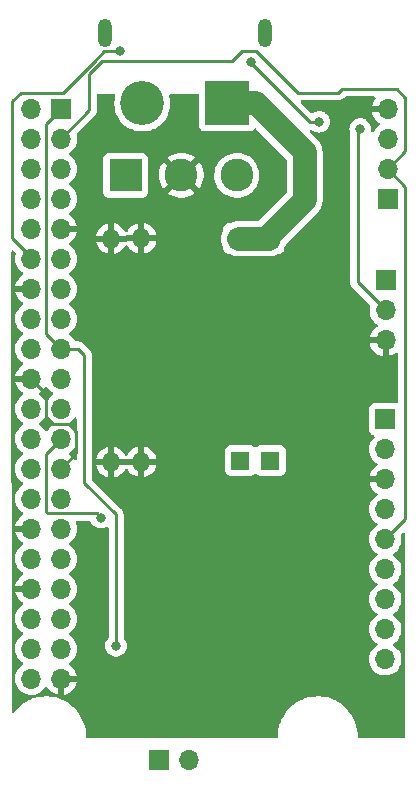
<source format=gbr>
%TF.GenerationSoftware,KiCad,Pcbnew,(6.0.5-0)*%
%TF.CreationDate,2024-03-04T13:36:44-05:00*%
%TF.ProjectId,CubeSat PCB V0.3,43756265-5361-4742-9050-43422056302e,rev?*%
%TF.SameCoordinates,Original*%
%TF.FileFunction,Copper,L2,Bot*%
%TF.FilePolarity,Positive*%
%FSLAX46Y46*%
G04 Gerber Fmt 4.6, Leading zero omitted, Abs format (unit mm)*
G04 Created by KiCad (PCBNEW (6.0.5-0)) date 2024-03-04 13:36:44*
%MOMM*%
%LPD*%
G01*
G04 APERTURE LIST*
%TA.AperFunction,ComponentPad*%
%ADD10R,1.700000X1.700000*%
%TD*%
%TA.AperFunction,ComponentPad*%
%ADD11O,1.700000X1.700000*%
%TD*%
%TA.AperFunction,ComponentPad*%
%ADD12R,1.600000X1.600000*%
%TD*%
%TA.AperFunction,ComponentPad*%
%ADD13O,1.600000X1.600000*%
%TD*%
%TA.AperFunction,ComponentPad*%
%ADD14R,3.716000X3.716000*%
%TD*%
%TA.AperFunction,ComponentPad*%
%ADD15C,3.716000*%
%TD*%
%TA.AperFunction,ComponentPad*%
%ADD16O,1.200000X2.400000*%
%TD*%
%TA.AperFunction,ComponentPad*%
%ADD17R,2.775000X2.775000*%
%TD*%
%TA.AperFunction,ComponentPad*%
%ADD18C,2.775000*%
%TD*%
%TA.AperFunction,ViaPad*%
%ADD19C,0.800000*%
%TD*%
%TA.AperFunction,Conductor*%
%ADD20C,0.250000*%
%TD*%
%TA.AperFunction,Conductor*%
%ADD21C,2.000000*%
%TD*%
G04 APERTURE END LIST*
D10*
%TO.P,J7,1,Pin_1*%
%TO.N,Net-(J7-Pad1)*%
X98325000Y-125500000D03*
D11*
%TO.P,J7,2,Pin_2*%
%TO.N,Net-(J7-Pad2)*%
X100865000Y-125500000D03*
%TD*%
D10*
%TO.P,J1,1,3V3*%
%TO.N,+3V3*%
X90075000Y-70350000D03*
D11*
%TO.P,J1,2,5V*%
%TO.N,+5V*%
X87535000Y-70350000D03*
%TO.P,J1,3,SDA/GPIO2*%
%TO.N,/SDA*%
X90075000Y-72890000D03*
%TO.P,J1,4,5V*%
%TO.N,+5V*%
X87535000Y-72890000D03*
%TO.P,J1,5,SCL/GPIO3*%
%TO.N,/SCL*%
X90075000Y-75430000D03*
%TO.P,J1,6,GND*%
%TO.N,GND*%
X87535000Y-75430000D03*
%TO.P,J1,7,GCLK0/GPIO4*%
%TO.N,unconnected-(J1-Pad7)*%
X90075000Y-77970000D03*
%TO.P,J1,8,GPIO14/TXD*%
%TO.N,unconnected-(J1-Pad8)*%
X87535000Y-77970000D03*
%TO.P,J1,9,GND*%
%TO.N,GND*%
X90075000Y-80510000D03*
%TO.P,J1,10,GPIO15/RXD*%
%TO.N,unconnected-(J1-Pad10)*%
X87535000Y-80510000D03*
%TO.P,J1,11,GPIO17*%
%TO.N,unconnected-(J1-Pad11)*%
X90075000Y-83050000D03*
%TO.P,J1,12,GPIO18/PWM0*%
%TO.N,/led*%
X87535000Y-83050000D03*
%TO.P,J1,13,GPIO27*%
%TO.N,unconnected-(J1-Pad13)*%
X90075000Y-85590000D03*
%TO.P,J1,14,GND*%
%TO.N,GND*%
X87535000Y-85590000D03*
%TO.P,J1,15,GPIO22*%
%TO.N,unconnected-(J1-Pad15)*%
X90075000Y-88130000D03*
%TO.P,J1,16,GPIO23*%
%TO.N,unconnected-(J1-Pad16)*%
X87535000Y-88130000D03*
%TO.P,J1,17,3V3*%
%TO.N,+3V3*%
X90075000Y-90670000D03*
%TO.P,J1,18,GPIO24*%
%TO.N,unconnected-(J1-Pad18)*%
X87535000Y-90670000D03*
%TO.P,J1,19,MOSI0/GPIO10*%
%TO.N,/P_MOSI*%
X90075000Y-93210000D03*
%TO.P,J1,20,GND*%
%TO.N,GND*%
X87535000Y-93210000D03*
%TO.P,J1,21,MISO0/GPIO9*%
%TO.N,/P_MISO*%
X90075000Y-95750000D03*
%TO.P,J1,22,GPIO25*%
%TO.N,/GP25*%
X87535000Y-95750000D03*
%TO.P,J1,23,SCLK0/GPIO11*%
%TO.N,/P_SCK*%
X90075000Y-98290000D03*
%TO.P,J1,24,~{CE0}/GPIO8*%
%TO.N,/P_CE0*%
X87535000Y-98290000D03*
%TO.P,J1,25,GND*%
%TO.N,GND*%
X90075000Y-100830000D03*
%TO.P,J1,26,~{CE1}/GPIO7*%
%TO.N,unconnected-(J1-Pad26)*%
X87535000Y-100830000D03*
%TO.P,J1,27,ID_SD/GPIO0*%
%TO.N,unconnected-(J1-Pad27)*%
X90075000Y-103370000D03*
%TO.P,J1,28,ID_SC/GPIO1*%
%TO.N,unconnected-(J1-Pad28)*%
X87535000Y-103370000D03*
%TO.P,J1,29,GCLK1/GPIO5*%
%TO.N,unconnected-(J1-Pad29)*%
X90075000Y-105910000D03*
%TO.P,J1,30,GND*%
%TO.N,GND*%
X87535000Y-105910000D03*
%TO.P,J1,31,GCLK2/GPIO6*%
%TO.N,unconnected-(J1-Pad31)*%
X90075000Y-108450000D03*
%TO.P,J1,32,PWM0/GPIO12*%
%TO.N,unconnected-(J1-Pad32)*%
X87535000Y-108450000D03*
%TO.P,J1,33,PWM1/GPIO13*%
%TO.N,unconnected-(J1-Pad33)*%
X90075000Y-110990000D03*
%TO.P,J1,34,GND*%
%TO.N,GND*%
X87535000Y-110990000D03*
%TO.P,J1,35,GPIO19/MISO1*%
%TO.N,unconnected-(J1-Pad35)*%
X90075000Y-113530000D03*
%TO.P,J1,36,GPIO16*%
%TO.N,unconnected-(J1-Pad36)*%
X87535000Y-113530000D03*
%TO.P,J1,37,GPIO26*%
%TO.N,unconnected-(J1-Pad37)*%
X90075000Y-116070000D03*
%TO.P,J1,38,GPIO20/MOSI1*%
%TO.N,unconnected-(J1-Pad38)*%
X87535000Y-116070000D03*
%TO.P,J1,39,GND*%
%TO.N,GND*%
X90075000Y-118610000D03*
%TO.P,J1,40,GPIO21/SCLK1*%
%TO.N,unconnected-(J1-Pad40)*%
X87535000Y-118610000D03*
%TD*%
D12*
%TO.P,U1,1,Vin*%
%TO.N,+BATT*%
X107662000Y-81340000D03*
X105122000Y-81340000D03*
D13*
%TO.P,U1,2,GND*%
%TO.N,GND*%
X96867000Y-81314600D03*
X94327000Y-81340000D03*
D12*
%TO.P,U1,3,Vout*%
%TO.N,+5V*%
X107789000Y-100136000D03*
X105249000Y-100136000D03*
D13*
%TO.P,U1,4,GND*%
%TO.N,GND*%
X94327000Y-100263000D03*
X96867000Y-100237600D03*
%TD*%
D14*
%TO.P,J4,1,+*%
%TO.N,+BATT*%
X104150000Y-69900000D03*
D15*
%TO.P,J4,2,-*%
%TO.N,Net-(J4-Pad2)*%
X96950000Y-69900000D03*
D16*
%TO.P,J4,S1*%
%TO.N,N/C*%
X107300000Y-63900000D03*
%TO.P,J4,S2*%
X93800000Y-63900000D03*
%TD*%
D17*
%TO.P,SW1,1,A*%
%TO.N,Net-(J4-Pad2)*%
X95550000Y-75975000D03*
D18*
%TO.P,SW1,2,B*%
%TO.N,GND*%
X100250000Y-75975000D03*
%TO.P,SW1,3,C*%
%TO.N,unconnected-(SW1-Pad3)*%
X104950000Y-75975000D03*
%TD*%
D10*
%TO.P,J5,1,Pin_1*%
%TO.N,+5V*%
X117550000Y-84875000D03*
D11*
%TO.P,J5,2,Pin_2*%
%TO.N,/led*%
X117550000Y-87415000D03*
%TO.P,J5,3,Pin_3*%
%TO.N,GND*%
X117550000Y-89955000D03*
%TD*%
D10*
%TO.P,J2,1,Pin_1*%
%TO.N,+5V*%
X117725000Y-78000000D03*
D11*
%TO.P,J2,2,Pin_2*%
%TO.N,/SDA*%
X117725000Y-75460000D03*
%TO.P,J2,3,Pin_3*%
%TO.N,/SCL*%
X117725000Y-72920000D03*
%TO.P,J2,4,Pin_4*%
%TO.N,GND*%
X117725000Y-70380000D03*
%TD*%
D10*
%TO.P,J3,1,Pin_1*%
%TO.N,+5V*%
X117525000Y-96650000D03*
D11*
%TO.P,J3,2,Pin_2*%
%TO.N,unconnected-(J3-Pad2)*%
X117525000Y-99190000D03*
%TO.P,J3,3,Pin_3*%
%TO.N,GND*%
X117525000Y-101730000D03*
%TO.P,J3,4,Pin_4*%
%TO.N,/SCL*%
X117525000Y-104270000D03*
%TO.P,J3,5,Pin_5*%
%TO.N,/SDA*%
X117525000Y-106810000D03*
%TO.P,J3,6,Pin_6*%
%TO.N,unconnected-(J3-Pad6)*%
X117525000Y-109350000D03*
%TO.P,J3,7,Pin_7*%
%TO.N,unconnected-(J3-Pad7)*%
X117525000Y-111890000D03*
%TO.P,J3,8,Pin_8*%
%TO.N,unconnected-(J3-Pad8)*%
X117525000Y-114430000D03*
%TO.P,J3,9,Pin_9*%
%TO.N,unconnected-(J3-Pad9)*%
X117525000Y-116970000D03*
%TD*%
D19*
%TO.N,GND*%
X105887500Y-121987500D03*
%TO.N,/led*%
X95100000Y-65500000D03*
X115400000Y-72050000D03*
%TO.N,+3V3*%
X94725000Y-115825000D03*
%TO.N,/P_SCK*%
X93450000Y-104974337D03*
%TO.N,+5V*%
X111925000Y-71450000D03*
X106125000Y-66375000D03*
%TD*%
D20*
%TO.N,/led*%
X87535000Y-83050000D02*
X87535000Y-82926540D01*
X87535000Y-82926540D02*
X85900000Y-81291540D01*
X85900000Y-81291540D02*
X85900000Y-69725000D01*
X85900000Y-69725000D02*
X86645479Y-68979521D01*
X86645479Y-68979521D02*
X90254550Y-68979521D01*
X90254550Y-68979521D02*
X92884071Y-66350000D01*
X92884071Y-66350000D02*
X92889283Y-66350000D01*
X92889283Y-66350000D02*
X93739283Y-65500000D01*
X93739283Y-65500000D02*
X95100000Y-65500000D01*
%TO.N,/SDA*%
X110104521Y-68979521D02*
X113545479Y-68979521D01*
X119225000Y-73960000D02*
X117725000Y-75460000D01*
X113850000Y-68675000D02*
X118500000Y-68675000D01*
X118500000Y-68675000D02*
X119225000Y-69400000D01*
X93550000Y-66325000D02*
X104525000Y-66325000D01*
X92475000Y-70490000D02*
X92475000Y-67400000D01*
X105375000Y-65475000D02*
X106600000Y-65475000D01*
X92475000Y-67400000D02*
X93550000Y-66325000D01*
X90075000Y-72890000D02*
X92475000Y-70490000D01*
X104525000Y-66325000D02*
X105375000Y-65475000D01*
X113545479Y-68979521D02*
X113850000Y-68675000D01*
X119225000Y-69400000D02*
X119225000Y-73960000D01*
X119225000Y-105110000D02*
X119225000Y-76960000D01*
X117525000Y-106810000D02*
X119225000Y-105110000D01*
X106600000Y-65475000D02*
X110104521Y-68979521D01*
X119225000Y-76960000D02*
X117725000Y-75460000D01*
%TO.N,GND*%
X90725000Y-97025000D02*
X89350000Y-97025000D01*
X88800000Y-94475000D02*
X87535000Y-93210000D01*
X90075000Y-100830000D02*
X91375000Y-99530000D01*
X91375000Y-99530000D02*
X91375000Y-97675000D01*
X89350000Y-97025000D02*
X88800000Y-96475000D01*
X91375000Y-97675000D02*
X90725000Y-97025000D01*
X88800000Y-96475000D02*
X88800000Y-94475000D01*
%TO.N,/led*%
X115175000Y-85040000D02*
X117550000Y-87415000D01*
X115400000Y-72050000D02*
X115175000Y-72275000D01*
X115175000Y-72275000D02*
X115175000Y-85040000D01*
%TO.N,+3V3*%
X94725000Y-104700000D02*
X94725000Y-115825000D01*
X91495000Y-90670000D02*
X92050000Y-91225000D01*
X92050000Y-91225000D02*
X92050000Y-102025000D01*
X88800000Y-89395000D02*
X90075000Y-90670000D01*
X90075000Y-70350000D02*
X88800000Y-71625000D01*
X90075000Y-90670000D02*
X91495000Y-90670000D01*
X92050000Y-102025000D02*
X94725000Y-104700000D01*
X88800000Y-71625000D02*
X88800000Y-89395000D01*
%TO.N,/P_SCK*%
X88925000Y-104600000D02*
X88800000Y-104475000D01*
X93075663Y-104600000D02*
X88925000Y-104600000D01*
X88800000Y-99565000D02*
X90075000Y-98290000D01*
X93450000Y-104974337D02*
X93075663Y-104600000D01*
X88800000Y-104475000D02*
X88800000Y-99565000D01*
D21*
%TO.N,+BATT*%
X110700000Y-78063500D02*
X110700000Y-74000000D01*
X110700000Y-74000000D02*
X106600000Y-69900000D01*
X107662000Y-81101500D02*
X110700000Y-78063500D01*
X105122000Y-81340000D02*
X107662000Y-81340000D01*
X107662000Y-81340000D02*
X107662000Y-81101500D01*
X106600000Y-69900000D02*
X104150000Y-69900000D01*
D20*
%TO.N,+5V*%
X111125000Y-71450000D02*
X106125000Y-66450000D01*
X106125000Y-66450000D02*
X106125000Y-66375000D01*
X111925000Y-71450000D02*
X111125000Y-71450000D01*
%TD*%
%TA.AperFunction,Conductor*%
%TO.N,GND*%
G36*
X94623210Y-69095002D02*
G01*
X94669703Y-69148658D01*
X94679807Y-69218932D01*
X94674403Y-69241497D01*
X94659232Y-69286190D01*
X94658428Y-69290234D01*
X94658426Y-69290240D01*
X94600448Y-69581717D01*
X94598711Y-69590447D01*
X94598442Y-69594552D01*
X94598441Y-69594559D01*
X94583133Y-69828116D01*
X94578422Y-69900000D01*
X94579370Y-69914470D01*
X94596473Y-70175406D01*
X94598711Y-70209553D01*
X94599513Y-70213586D01*
X94599514Y-70213592D01*
X94658076Y-70508000D01*
X94659232Y-70513810D01*
X94660559Y-70517719D01*
X94660560Y-70517723D01*
X94753758Y-70792275D01*
X94758948Y-70807564D01*
X94803327Y-70897555D01*
X94892531Y-71078444D01*
X94896153Y-71085789D01*
X95068501Y-71343725D01*
X95273041Y-71576959D01*
X95506275Y-71781499D01*
X95764211Y-71953847D01*
X95767910Y-71955671D01*
X95767915Y-71955674D01*
X95910775Y-72026124D01*
X96042436Y-72091052D01*
X96046341Y-72092377D01*
X96046342Y-72092378D01*
X96332277Y-72189440D01*
X96332281Y-72189441D01*
X96336190Y-72190768D01*
X96340234Y-72191572D01*
X96340240Y-72191574D01*
X96636408Y-72250486D01*
X96636414Y-72250487D01*
X96640447Y-72251289D01*
X96644552Y-72251558D01*
X96644559Y-72251559D01*
X96945881Y-72271308D01*
X96950000Y-72271578D01*
X96954119Y-72271308D01*
X97255441Y-72251559D01*
X97255448Y-72251558D01*
X97259553Y-72251289D01*
X97263586Y-72250487D01*
X97263592Y-72250486D01*
X97559760Y-72191574D01*
X97559766Y-72191572D01*
X97563810Y-72190768D01*
X97567719Y-72189441D01*
X97567723Y-72189440D01*
X97853658Y-72092378D01*
X97853659Y-72092377D01*
X97857564Y-72091052D01*
X97989225Y-72026124D01*
X98132085Y-71955674D01*
X98132090Y-71955671D01*
X98135789Y-71953847D01*
X98393725Y-71781499D01*
X98626959Y-71576959D01*
X98831499Y-71343725D01*
X99003847Y-71085789D01*
X99007470Y-71078444D01*
X99096673Y-70897555D01*
X99141052Y-70807564D01*
X99146242Y-70792275D01*
X99239440Y-70517723D01*
X99239441Y-70517719D01*
X99240768Y-70513810D01*
X99241924Y-70508000D01*
X99300486Y-70213592D01*
X99300487Y-70213586D01*
X99301289Y-70209553D01*
X99303528Y-70175406D01*
X99320630Y-69914470D01*
X99321578Y-69900000D01*
X99316867Y-69828116D01*
X99301559Y-69594559D01*
X99301558Y-69594552D01*
X99301289Y-69590447D01*
X99299553Y-69581717D01*
X99241574Y-69290240D01*
X99241572Y-69290234D01*
X99240768Y-69286190D01*
X99225598Y-69241500D01*
X99222642Y-69170567D01*
X99258505Y-69109294D01*
X99321802Y-69077137D01*
X99344911Y-69075000D01*
X101657500Y-69075000D01*
X101725621Y-69095002D01*
X101772114Y-69148658D01*
X101783500Y-69201000D01*
X101783500Y-71806134D01*
X101790255Y-71868316D01*
X101841385Y-72004705D01*
X101928739Y-72121261D01*
X102045295Y-72208615D01*
X102181684Y-72259745D01*
X102243866Y-72266500D01*
X106056134Y-72266500D01*
X106118316Y-72259745D01*
X106254705Y-72208615D01*
X106371261Y-72121261D01*
X106419760Y-72056550D01*
X106476619Y-72014036D01*
X106547437Y-72009011D01*
X106609680Y-72043021D01*
X109154595Y-74587936D01*
X109188621Y-74650248D01*
X109191500Y-74677031D01*
X109191500Y-77386469D01*
X109171498Y-77454590D01*
X109154595Y-77475564D01*
X106835564Y-79794595D01*
X106773252Y-79828621D01*
X106746469Y-79831500D01*
X105060999Y-79831500D01*
X105058491Y-79831702D01*
X105058486Y-79831702D01*
X104885076Y-79845654D01*
X104885071Y-79845655D01*
X104880035Y-79846060D01*
X104875127Y-79847266D01*
X104875124Y-79847266D01*
X104649208Y-79902756D01*
X104644294Y-79903963D01*
X104639642Y-79905938D01*
X104639638Y-79905939D01*
X104503829Y-79963587D01*
X104420844Y-79998812D01*
X104416564Y-80001508D01*
X104416557Y-80001511D01*
X104399713Y-80012119D01*
X104332569Y-80031500D01*
X104273866Y-80031500D01*
X104211684Y-80038255D01*
X104075295Y-80089385D01*
X103958739Y-80176739D01*
X103871385Y-80293295D01*
X103820255Y-80429684D01*
X103813500Y-80491866D01*
X103813500Y-80555278D01*
X103796398Y-80618659D01*
X103757159Y-80686078D01*
X103755345Y-80690804D01*
X103755343Y-80690808D01*
X103686237Y-80870839D01*
X103670167Y-80912702D01*
X103669133Y-80917652D01*
X103669132Y-80917655D01*
X103634674Y-81082599D01*
X103620526Y-81150320D01*
X103609514Y-81392817D01*
X103610095Y-81397837D01*
X103610095Y-81397841D01*
X103634241Y-81606522D01*
X103637415Y-81633956D01*
X103638791Y-81638820D01*
X103638792Y-81638823D01*
X103678507Y-81779174D01*
X103703510Y-81867532D01*
X103705644Y-81872108D01*
X103705646Y-81872114D01*
X103801695Y-82078092D01*
X103813500Y-82131342D01*
X103813500Y-82188134D01*
X103820255Y-82250316D01*
X103871385Y-82386705D01*
X103958739Y-82503261D01*
X104075295Y-82590615D01*
X104211684Y-82641745D01*
X104273866Y-82648500D01*
X104338374Y-82648500D01*
X104397915Y-82663456D01*
X104516109Y-82726831D01*
X104745631Y-82805862D01*
X104841042Y-82822342D01*
X104980926Y-82846504D01*
X104980932Y-82846505D01*
X104984836Y-82847179D01*
X104988797Y-82847359D01*
X104988798Y-82847359D01*
X105012506Y-82848436D01*
X105012525Y-82848436D01*
X105013925Y-82848500D01*
X107624188Y-82848500D01*
X107629903Y-82848630D01*
X107714817Y-82852486D01*
X107719837Y-82851905D01*
X107719841Y-82851905D01*
X107768272Y-82846301D01*
X107807056Y-82841814D01*
X107811407Y-82841387D01*
X107903965Y-82833940D01*
X107921971Y-82829518D01*
X107937533Y-82826718D01*
X107950929Y-82825167D01*
X107950932Y-82825166D01*
X107955956Y-82824585D01*
X107963883Y-82822342D01*
X108045290Y-82799307D01*
X108049540Y-82798184D01*
X108064253Y-82794570D01*
X108139706Y-82776037D01*
X108144359Y-82774062D01*
X108144362Y-82774061D01*
X108150543Y-82771437D01*
X108156778Y-82768791D01*
X108171689Y-82763539D01*
X108189532Y-82758490D01*
X108194107Y-82756356D01*
X108194114Y-82756354D01*
X108257425Y-82726831D01*
X108273682Y-82719250D01*
X108277673Y-82717473D01*
X108363156Y-82681188D01*
X108367428Y-82678498D01*
X108367437Y-82678493D01*
X108378846Y-82671308D01*
X108392733Y-82663736D01*
X108400090Y-82660306D01*
X108453340Y-82648500D01*
X108510134Y-82648500D01*
X108572316Y-82641745D01*
X108708705Y-82590615D01*
X108825261Y-82503261D01*
X108912615Y-82386705D01*
X108963745Y-82250316D01*
X108970500Y-82188134D01*
X108970500Y-82124722D01*
X108987602Y-82061341D01*
X109022717Y-82001007D01*
X109026841Y-81993922D01*
X109028655Y-81989197D01*
X109028661Y-81989184D01*
X109033484Y-81976618D01*
X109040071Y-81962229D01*
X109046441Y-81950349D01*
X109046442Y-81950346D01*
X109048831Y-81945891D01*
X109050475Y-81941117D01*
X109050480Y-81941105D01*
X109079064Y-81858090D01*
X109080568Y-81853957D01*
X109094449Y-81817796D01*
X109122985Y-81773856D01*
X111749666Y-79147175D01*
X111752188Y-79144721D01*
X111821012Y-79079638D01*
X111821014Y-79079635D01*
X111824681Y-79076168D01*
X111872411Y-79013739D01*
X111876552Y-79008608D01*
X111924191Y-78952633D01*
X111924192Y-78952632D01*
X111927470Y-78948780D01*
X111930089Y-78944455D01*
X111930093Y-78944450D01*
X111944491Y-78920676D01*
X111952163Y-78909429D01*
X111972120Y-78883326D01*
X112009243Y-78814092D01*
X112012507Y-78808368D01*
X112050602Y-78745466D01*
X112053221Y-78741142D01*
X112065528Y-78710681D01*
X112071308Y-78698341D01*
X112084440Y-78673850D01*
X112086831Y-78669391D01*
X112112412Y-78595099D01*
X112114722Y-78588921D01*
X112142258Y-78520766D01*
X112144155Y-78516071D01*
X112151432Y-78484039D01*
X112155163Y-78470941D01*
X112165862Y-78439869D01*
X112179243Y-78362400D01*
X112180526Y-78355982D01*
X112196815Y-78284286D01*
X112196815Y-78284285D01*
X112197935Y-78279356D01*
X112199999Y-78246547D01*
X112201585Y-78233047D01*
X112207179Y-78200664D01*
X112208500Y-78171575D01*
X112208500Y-78115392D01*
X112208749Y-78107480D01*
X112212860Y-78042141D01*
X112213178Y-78037087D01*
X112209101Y-77995508D01*
X112208500Y-77983212D01*
X112208500Y-74024016D01*
X112208549Y-74020498D01*
X112211193Y-73925850D01*
X112211193Y-73925847D01*
X112211334Y-73920795D01*
X112200941Y-73842902D01*
X112200241Y-73836353D01*
X112194346Y-73763077D01*
X112194345Y-73763073D01*
X112193940Y-73758035D01*
X112186101Y-73726122D01*
X112183573Y-73712738D01*
X112179898Y-73685197D01*
X112179229Y-73680180D01*
X112156522Y-73604968D01*
X112154783Y-73598613D01*
X112140145Y-73539020D01*
X112136037Y-73522294D01*
X112123201Y-73492054D01*
X112118564Y-73479243D01*
X112110533Y-73452642D01*
X112110530Y-73452635D01*
X112109068Y-73447792D01*
X112074608Y-73377138D01*
X112071903Y-73371204D01*
X112041188Y-73298844D01*
X112038493Y-73294564D01*
X112038487Y-73294553D01*
X112023684Y-73271047D01*
X112017056Y-73259140D01*
X112004869Y-73234154D01*
X112002654Y-73229612D01*
X111957357Y-73165400D01*
X111953699Y-73159914D01*
X111914529Y-73097714D01*
X111914528Y-73097713D01*
X111911833Y-73093433D01*
X111908492Y-73089644D01*
X111908488Y-73089638D01*
X111890102Y-73068783D01*
X111881656Y-73058088D01*
X111865009Y-73034490D01*
X111862726Y-73031253D01*
X111843091Y-73009750D01*
X111803375Y-72970034D01*
X111797956Y-72964264D01*
X111754650Y-72915142D01*
X111754647Y-72915139D01*
X111751302Y-72911345D01*
X111719011Y-72884821D01*
X111709892Y-72876551D01*
X111160271Y-72326930D01*
X111126245Y-72264618D01*
X111131310Y-72193803D01*
X111173857Y-72136967D01*
X111240377Y-72112156D01*
X111309751Y-72127247D01*
X111323427Y-72135899D01*
X111423512Y-72208615D01*
X111468248Y-72241118D01*
X111474276Y-72243802D01*
X111474278Y-72243803D01*
X111600897Y-72300177D01*
X111642712Y-72318794D01*
X111736113Y-72338647D01*
X111823056Y-72357128D01*
X111823061Y-72357128D01*
X111829513Y-72358500D01*
X112020487Y-72358500D01*
X112026939Y-72357128D01*
X112026944Y-72357128D01*
X112113887Y-72338647D01*
X112207288Y-72318794D01*
X112249103Y-72300177D01*
X112375722Y-72243803D01*
X112375724Y-72243802D01*
X112381752Y-72241118D01*
X112536253Y-72128866D01*
X112549564Y-72114083D01*
X112659621Y-71991852D01*
X112659622Y-71991851D01*
X112664040Y-71986944D01*
X112759527Y-71821556D01*
X112818542Y-71639928D01*
X112820727Y-71619144D01*
X112837814Y-71456565D01*
X112838504Y-71450000D01*
X112818542Y-71260072D01*
X112759527Y-71078444D01*
X112664040Y-70913056D01*
X112658206Y-70906576D01*
X112540675Y-70776045D01*
X112540674Y-70776044D01*
X112536253Y-70771134D01*
X112404515Y-70675420D01*
X112387094Y-70662763D01*
X112387093Y-70662762D01*
X112381752Y-70658882D01*
X112375724Y-70656198D01*
X112375722Y-70656197D01*
X112213319Y-70583891D01*
X112213318Y-70583891D01*
X112207288Y-70581206D01*
X112113888Y-70561353D01*
X112026944Y-70542872D01*
X112026939Y-70542872D01*
X112020487Y-70541500D01*
X111829513Y-70541500D01*
X111823061Y-70542872D01*
X111823056Y-70542872D01*
X111736112Y-70561353D01*
X111642712Y-70581206D01*
X111636682Y-70583891D01*
X111636681Y-70583891D01*
X111474278Y-70656197D01*
X111474276Y-70656198D01*
X111468248Y-70658882D01*
X111462907Y-70662762D01*
X111462906Y-70662763D01*
X111417194Y-70695975D01*
X111350326Y-70719833D01*
X111281175Y-70703753D01*
X111254038Y-70683134D01*
X110399020Y-69828116D01*
X110364994Y-69765804D01*
X110370059Y-69694989D01*
X110412606Y-69638153D01*
X110479126Y-69613342D01*
X110488115Y-69613021D01*
X113466712Y-69613021D01*
X113477895Y-69613548D01*
X113485388Y-69615223D01*
X113493314Y-69614974D01*
X113493315Y-69614974D01*
X113553465Y-69613083D01*
X113557424Y-69613021D01*
X113585335Y-69613021D01*
X113589270Y-69612524D01*
X113589335Y-69612516D01*
X113601172Y-69611583D01*
X113633430Y-69610569D01*
X113637449Y-69610443D01*
X113645368Y-69610194D01*
X113664822Y-69604542D01*
X113684179Y-69600534D01*
X113696409Y-69598989D01*
X113696410Y-69598989D01*
X113704276Y-69597995D01*
X113711647Y-69595076D01*
X113711649Y-69595076D01*
X113745391Y-69581717D01*
X113756621Y-69577872D01*
X113791462Y-69567750D01*
X113791463Y-69567750D01*
X113799072Y-69565539D01*
X113805891Y-69561506D01*
X113805896Y-69561504D01*
X113816507Y-69555228D01*
X113834255Y-69546533D01*
X113853096Y-69539073D01*
X113888755Y-69513166D01*
X113888866Y-69513085D01*
X113898786Y-69506569D01*
X113902166Y-69504570D01*
X113936841Y-69484063D01*
X113942448Y-69478457D01*
X113951164Y-69469741D01*
X113966198Y-69456900D01*
X113976174Y-69449652D01*
X113976175Y-69449651D01*
X113982586Y-69444993D01*
X114010772Y-69410922D01*
X114018761Y-69402143D01*
X114075499Y-69345405D01*
X114137811Y-69311379D01*
X114164594Y-69308500D01*
X116575788Y-69308500D01*
X116643909Y-69328502D01*
X116690402Y-69382158D01*
X116700506Y-69452432D01*
X116670959Y-69513166D01*
X116672847Y-69514695D01*
X116663104Y-69526727D01*
X116543098Y-69702649D01*
X116538000Y-69711623D01*
X116448338Y-69904783D01*
X116444775Y-69914470D01*
X116389389Y-70114183D01*
X116390912Y-70122607D01*
X116403292Y-70126000D01*
X117853000Y-70126000D01*
X117921121Y-70146002D01*
X117967614Y-70199658D01*
X117979000Y-70252000D01*
X117979000Y-70508000D01*
X117958998Y-70576121D01*
X117905342Y-70622614D01*
X117853000Y-70634000D01*
X116408225Y-70634000D01*
X116394694Y-70637973D01*
X116393257Y-70647966D01*
X116423565Y-70782446D01*
X116426645Y-70792275D01*
X116506770Y-70989603D01*
X116511413Y-70998794D01*
X116622694Y-71180388D01*
X116628777Y-71188699D01*
X116768213Y-71349667D01*
X116775580Y-71356883D01*
X116939434Y-71492916D01*
X116947881Y-71498831D01*
X117016969Y-71539203D01*
X117065693Y-71590842D01*
X117078764Y-71660625D01*
X117052033Y-71726396D01*
X117011584Y-71759752D01*
X116998607Y-71766507D01*
X116994474Y-71769610D01*
X116994471Y-71769612D01*
X116853155Y-71875715D01*
X116819965Y-71900635D01*
X116816393Y-71904373D01*
X116676083Y-72051199D01*
X116665629Y-72062138D01*
X116662715Y-72066410D01*
X116662714Y-72066411D01*
X116625298Y-72121261D01*
X116539743Y-72246680D01*
X116537564Y-72251375D01*
X116535010Y-72255870D01*
X116533062Y-72254763D01*
X116492447Y-72301039D01*
X116424201Y-72320609D01*
X116356209Y-72300177D01*
X116310056Y-72246228D01*
X116299689Y-72181442D01*
X116304364Y-72136967D01*
X116313504Y-72050000D01*
X116307860Y-71996297D01*
X116294232Y-71866635D01*
X116294232Y-71866633D01*
X116293542Y-71860072D01*
X116234527Y-71678444D01*
X116225817Y-71663357D01*
X116183950Y-71590842D01*
X116139040Y-71513056D01*
X116062409Y-71427948D01*
X116015675Y-71376045D01*
X116015674Y-71376044D01*
X116011253Y-71371134D01*
X115856752Y-71258882D01*
X115850724Y-71256198D01*
X115850722Y-71256197D01*
X115688319Y-71183891D01*
X115688318Y-71183891D01*
X115682288Y-71181206D01*
X115588887Y-71161353D01*
X115501944Y-71142872D01*
X115501939Y-71142872D01*
X115495487Y-71141500D01*
X115304513Y-71141500D01*
X115298061Y-71142872D01*
X115298056Y-71142872D01*
X115211113Y-71161353D01*
X115117712Y-71181206D01*
X115111682Y-71183891D01*
X115111681Y-71183891D01*
X114949278Y-71256197D01*
X114949276Y-71256198D01*
X114943248Y-71258882D01*
X114788747Y-71371134D01*
X114784326Y-71376044D01*
X114784325Y-71376045D01*
X114737592Y-71427948D01*
X114660960Y-71513056D01*
X114616050Y-71590842D01*
X114574184Y-71663357D01*
X114565473Y-71678444D01*
X114506458Y-71860072D01*
X114505768Y-71866633D01*
X114505768Y-71866635D01*
X114492140Y-71996297D01*
X114486496Y-72050000D01*
X114487186Y-72056565D01*
X114502601Y-72203229D01*
X114506458Y-72239928D01*
X114531211Y-72316109D01*
X114535333Y-72328795D01*
X114541500Y-72367732D01*
X114541500Y-84961233D01*
X114540973Y-84972416D01*
X114539298Y-84979909D01*
X114539547Y-84987835D01*
X114539547Y-84987836D01*
X114541438Y-85047986D01*
X114541500Y-85051945D01*
X114541500Y-85079856D01*
X114541997Y-85083790D01*
X114541997Y-85083791D01*
X114542005Y-85083856D01*
X114542938Y-85095693D01*
X114544327Y-85139889D01*
X114549978Y-85159339D01*
X114553987Y-85178700D01*
X114556526Y-85198797D01*
X114559445Y-85206168D01*
X114559445Y-85206170D01*
X114572804Y-85239912D01*
X114576649Y-85251142D01*
X114588982Y-85293593D01*
X114593015Y-85300412D01*
X114593017Y-85300417D01*
X114599293Y-85311028D01*
X114607988Y-85328776D01*
X114615448Y-85347617D01*
X114620110Y-85354033D01*
X114620110Y-85354034D01*
X114641436Y-85383387D01*
X114647952Y-85393307D01*
X114670458Y-85431362D01*
X114684779Y-85445683D01*
X114697619Y-85460716D01*
X114709528Y-85477107D01*
X114715634Y-85482158D01*
X114743605Y-85505298D01*
X114752384Y-85513288D01*
X116199778Y-86960682D01*
X116233804Y-87022994D01*
X116232100Y-87083448D01*
X116210989Y-87159570D01*
X116187251Y-87381695D01*
X116187548Y-87386848D01*
X116187548Y-87386851D01*
X116191845Y-87461375D01*
X116200110Y-87604715D01*
X116201247Y-87609761D01*
X116201248Y-87609767D01*
X116218418Y-87685954D01*
X116249222Y-87822639D01*
X116333266Y-88029616D01*
X116335965Y-88034020D01*
X116437621Y-88199908D01*
X116449987Y-88220088D01*
X116596250Y-88388938D01*
X116768126Y-88531632D01*
X116778406Y-88537639D01*
X116841955Y-88574774D01*
X116890679Y-88626412D01*
X116903750Y-88696195D01*
X116877019Y-88761967D01*
X116836562Y-88795327D01*
X116828457Y-88799546D01*
X116819738Y-88805036D01*
X116649433Y-88932905D01*
X116641726Y-88939748D01*
X116494590Y-89093717D01*
X116488104Y-89101727D01*
X116368098Y-89277649D01*
X116363000Y-89286623D01*
X116273338Y-89479783D01*
X116269775Y-89489470D01*
X116214389Y-89689183D01*
X116215912Y-89697607D01*
X116228292Y-89701000D01*
X117678000Y-89701000D01*
X117746121Y-89721002D01*
X117792614Y-89774658D01*
X117804000Y-89827000D01*
X117804000Y-91273517D01*
X117808064Y-91287359D01*
X117821478Y-91289393D01*
X117828184Y-91288534D01*
X117838262Y-91286392D01*
X118042255Y-91225191D01*
X118051842Y-91221433D01*
X118243095Y-91127739D01*
X118251945Y-91122464D01*
X118392332Y-91022327D01*
X118459405Y-90999053D01*
X118528414Y-91015737D01*
X118577448Y-91067081D01*
X118591500Y-91124906D01*
X118591500Y-95169361D01*
X118571498Y-95237482D01*
X118517842Y-95283975D01*
X118451893Y-95294624D01*
X118426533Y-95291869D01*
X118426529Y-95291869D01*
X118423134Y-95291500D01*
X116626866Y-95291500D01*
X116564684Y-95298255D01*
X116428295Y-95349385D01*
X116311739Y-95436739D01*
X116224385Y-95553295D01*
X116173255Y-95689684D01*
X116166500Y-95751866D01*
X116166500Y-97548134D01*
X116173255Y-97610316D01*
X116224385Y-97746705D01*
X116311739Y-97863261D01*
X116428295Y-97950615D01*
X116436704Y-97953767D01*
X116436705Y-97953768D01*
X116545451Y-97994535D01*
X116602216Y-98037176D01*
X116626916Y-98103738D01*
X116611709Y-98173087D01*
X116592316Y-98199568D01*
X116465629Y-98332138D01*
X116462715Y-98336410D01*
X116462714Y-98336411D01*
X116377556Y-98461249D01*
X116339743Y-98516680D01*
X116245688Y-98719305D01*
X116185989Y-98934570D01*
X116162251Y-99156695D01*
X116162548Y-99161848D01*
X116162548Y-99161851D01*
X116166682Y-99233540D01*
X116175110Y-99379715D01*
X116176247Y-99384761D01*
X116176248Y-99384767D01*
X116193030Y-99459232D01*
X116224222Y-99597639D01*
X116308266Y-99804616D01*
X116323953Y-99830215D01*
X116421076Y-99988705D01*
X116424987Y-99995088D01*
X116428367Y-99998990D01*
X116431958Y-100003135D01*
X116571250Y-100163938D01*
X116743126Y-100306632D01*
X116804829Y-100342688D01*
X116816955Y-100349774D01*
X116865679Y-100401412D01*
X116878750Y-100471195D01*
X116852019Y-100536967D01*
X116811562Y-100570327D01*
X116803457Y-100574546D01*
X116794738Y-100580036D01*
X116624433Y-100707905D01*
X116616726Y-100714748D01*
X116469590Y-100868717D01*
X116463104Y-100876727D01*
X116343098Y-101052649D01*
X116338000Y-101061623D01*
X116248338Y-101254783D01*
X116244775Y-101264470D01*
X116189389Y-101464183D01*
X116190912Y-101472607D01*
X116203292Y-101476000D01*
X117653000Y-101476000D01*
X117721121Y-101496002D01*
X117767614Y-101549658D01*
X117779000Y-101602000D01*
X117779000Y-101858000D01*
X117758998Y-101926121D01*
X117705342Y-101972614D01*
X117653000Y-101984000D01*
X116208225Y-101984000D01*
X116194694Y-101987973D01*
X116193257Y-101997966D01*
X116223565Y-102132446D01*
X116226645Y-102142275D01*
X116306770Y-102339603D01*
X116311413Y-102348794D01*
X116422694Y-102530388D01*
X116428777Y-102538699D01*
X116568213Y-102699667D01*
X116575580Y-102706883D01*
X116739434Y-102842916D01*
X116747881Y-102848831D01*
X116816969Y-102889203D01*
X116865693Y-102940842D01*
X116878764Y-103010625D01*
X116852033Y-103076396D01*
X116811584Y-103109752D01*
X116798607Y-103116507D01*
X116794474Y-103119610D01*
X116794471Y-103119612D01*
X116624100Y-103247530D01*
X116619965Y-103250635D01*
X116465629Y-103412138D01*
X116462715Y-103416410D01*
X116462714Y-103416411D01*
X116377556Y-103541249D01*
X116339743Y-103596680D01*
X116245688Y-103799305D01*
X116185989Y-104014570D01*
X116162251Y-104236695D01*
X116162548Y-104241848D01*
X116162548Y-104241851D01*
X116164131Y-104269305D01*
X116175110Y-104459715D01*
X116176247Y-104464761D01*
X116176248Y-104464767D01*
X116191813Y-104533832D01*
X116224222Y-104677639D01*
X116308266Y-104884616D01*
X116424987Y-105075088D01*
X116571250Y-105243938D01*
X116743126Y-105386632D01*
X116782676Y-105409743D01*
X116816445Y-105429476D01*
X116865169Y-105481114D01*
X116878240Y-105550897D01*
X116851509Y-105616669D01*
X116811055Y-105650027D01*
X116798607Y-105656507D01*
X116794474Y-105659610D01*
X116794471Y-105659612D01*
X116624100Y-105787530D01*
X116619965Y-105790635D01*
X116554346Y-105859301D01*
X116538167Y-105876232D01*
X116465629Y-105952138D01*
X116462715Y-105956410D01*
X116462714Y-105956411D01*
X116409821Y-106033949D01*
X116339743Y-106136680D01*
X116245688Y-106339305D01*
X116185989Y-106554570D01*
X116162251Y-106776695D01*
X116162548Y-106781848D01*
X116162548Y-106781851D01*
X116172101Y-106947529D01*
X116175110Y-106999715D01*
X116176247Y-107004761D01*
X116176248Y-107004767D01*
X116192897Y-107078641D01*
X116224222Y-107217639D01*
X116308266Y-107424616D01*
X116424987Y-107615088D01*
X116571250Y-107783938D01*
X116743126Y-107926632D01*
X116802635Y-107961406D01*
X116816445Y-107969476D01*
X116865169Y-108021114D01*
X116878240Y-108090897D01*
X116851509Y-108156669D01*
X116811055Y-108190027D01*
X116798607Y-108196507D01*
X116794474Y-108199610D01*
X116794471Y-108199612D01*
X116757513Y-108227361D01*
X116619965Y-108330635D01*
X116465629Y-108492138D01*
X116462715Y-108496410D01*
X116462714Y-108496411D01*
X116444838Y-108522617D01*
X116339743Y-108676680D01*
X116245688Y-108879305D01*
X116185989Y-109094570D01*
X116162251Y-109316695D01*
X116162548Y-109321848D01*
X116162548Y-109321851D01*
X116168011Y-109416590D01*
X116175110Y-109539715D01*
X116176247Y-109544761D01*
X116176248Y-109544767D01*
X116192957Y-109618909D01*
X116224222Y-109757639D01*
X116308266Y-109964616D01*
X116424987Y-110155088D01*
X116428367Y-110158990D01*
X116439352Y-110171671D01*
X116571250Y-110323938D01*
X116743126Y-110466632D01*
X116813595Y-110507811D01*
X116816445Y-110509476D01*
X116865169Y-110561114D01*
X116878240Y-110630897D01*
X116851509Y-110696669D01*
X116811055Y-110730027D01*
X116798607Y-110736507D01*
X116794474Y-110739610D01*
X116794471Y-110739612D01*
X116624100Y-110867530D01*
X116619965Y-110870635D01*
X116465629Y-111032138D01*
X116462715Y-111036410D01*
X116462714Y-111036411D01*
X116444838Y-111062617D01*
X116339743Y-111216680D01*
X116245688Y-111419305D01*
X116185989Y-111634570D01*
X116162251Y-111856695D01*
X116162548Y-111861848D01*
X116162548Y-111861851D01*
X116172101Y-112027529D01*
X116175110Y-112079715D01*
X116176247Y-112084761D01*
X116176248Y-112084767D01*
X116192897Y-112158641D01*
X116224222Y-112297639D01*
X116308266Y-112504616D01*
X116424987Y-112695088D01*
X116571250Y-112863938D01*
X116743126Y-113006632D01*
X116802635Y-113041406D01*
X116816445Y-113049476D01*
X116865169Y-113101114D01*
X116878240Y-113170897D01*
X116851509Y-113236669D01*
X116811055Y-113270027D01*
X116798607Y-113276507D01*
X116794474Y-113279610D01*
X116794471Y-113279612D01*
X116757513Y-113307361D01*
X116619965Y-113410635D01*
X116465629Y-113572138D01*
X116462715Y-113576410D01*
X116462714Y-113576411D01*
X116444838Y-113602617D01*
X116339743Y-113756680D01*
X116245688Y-113959305D01*
X116185989Y-114174570D01*
X116162251Y-114396695D01*
X116162548Y-114401848D01*
X116162548Y-114401851D01*
X116168011Y-114496590D01*
X116175110Y-114619715D01*
X116176247Y-114624761D01*
X116176248Y-114624767D01*
X116192957Y-114698909D01*
X116224222Y-114837639D01*
X116308266Y-115044616D01*
X116424987Y-115235088D01*
X116571250Y-115403938D01*
X116743126Y-115546632D01*
X116802635Y-115581406D01*
X116816445Y-115589476D01*
X116865169Y-115641114D01*
X116878240Y-115710897D01*
X116851509Y-115776669D01*
X116811055Y-115810027D01*
X116798607Y-115816507D01*
X116794474Y-115819610D01*
X116794471Y-115819612D01*
X116757513Y-115847361D01*
X116619965Y-115950635D01*
X116465629Y-116112138D01*
X116462715Y-116116410D01*
X116462714Y-116116411D01*
X116444838Y-116142617D01*
X116339743Y-116296680D01*
X116245688Y-116499305D01*
X116185989Y-116714570D01*
X116162251Y-116936695D01*
X116162548Y-116941848D01*
X116162548Y-116941851D01*
X116168011Y-117036590D01*
X116175110Y-117159715D01*
X116176247Y-117164761D01*
X116176248Y-117164767D01*
X116192957Y-117238909D01*
X116224222Y-117377639D01*
X116308266Y-117584616D01*
X116424987Y-117775088D01*
X116428367Y-117778990D01*
X116439352Y-117791671D01*
X116571250Y-117943938D01*
X116743126Y-118086632D01*
X116936000Y-118199338D01*
X117144692Y-118279030D01*
X117149760Y-118280061D01*
X117149763Y-118280062D01*
X117257017Y-118301883D01*
X117363597Y-118323567D01*
X117368772Y-118323757D01*
X117368774Y-118323757D01*
X117581673Y-118331564D01*
X117581677Y-118331564D01*
X117586837Y-118331753D01*
X117591957Y-118331097D01*
X117591959Y-118331097D01*
X117803288Y-118304025D01*
X117803289Y-118304025D01*
X117808416Y-118303368D01*
X117813366Y-118301883D01*
X118017429Y-118240661D01*
X118017434Y-118240659D01*
X118022384Y-118239174D01*
X118222994Y-118140896D01*
X118404860Y-118011173D01*
X118563096Y-117853489D01*
X118614023Y-117782617D01*
X118690435Y-117676277D01*
X118693453Y-117672077D01*
X118722626Y-117613051D01*
X118790136Y-117476453D01*
X118790137Y-117476451D01*
X118792430Y-117471811D01*
X118834932Y-117331921D01*
X118855865Y-117263023D01*
X118855865Y-117263021D01*
X118857370Y-117258069D01*
X118886529Y-117036590D01*
X118888156Y-116970000D01*
X118869852Y-116747361D01*
X118815431Y-116530702D01*
X118726354Y-116325840D01*
X118646419Y-116202279D01*
X118607822Y-116142617D01*
X118607820Y-116142614D01*
X118605014Y-116138277D01*
X118454670Y-115973051D01*
X118450619Y-115969852D01*
X118450615Y-115969848D01*
X118283414Y-115837800D01*
X118283410Y-115837798D01*
X118279359Y-115834598D01*
X118238053Y-115811796D01*
X118188084Y-115761364D01*
X118173312Y-115691921D01*
X118198428Y-115625516D01*
X118225780Y-115598909D01*
X118269603Y-115567650D01*
X118404860Y-115471173D01*
X118563096Y-115313489D01*
X118581372Y-115288056D01*
X118690435Y-115136277D01*
X118693453Y-115132077D01*
X118722626Y-115073051D01*
X118790136Y-114936453D01*
X118790137Y-114936451D01*
X118792430Y-114931811D01*
X118834932Y-114791921D01*
X118855865Y-114723023D01*
X118855865Y-114723021D01*
X118857370Y-114718069D01*
X118886529Y-114496590D01*
X118888156Y-114430000D01*
X118869852Y-114207361D01*
X118815431Y-113990702D01*
X118726354Y-113785840D01*
X118605014Y-113598277D01*
X118454670Y-113433051D01*
X118450619Y-113429852D01*
X118450615Y-113429848D01*
X118283414Y-113297800D01*
X118283410Y-113297798D01*
X118279359Y-113294598D01*
X118238053Y-113271796D01*
X118188084Y-113221364D01*
X118173312Y-113151921D01*
X118198428Y-113085516D01*
X118225780Y-113058909D01*
X118269603Y-113027650D01*
X118404860Y-112931173D01*
X118563096Y-112773489D01*
X118614023Y-112702617D01*
X118690435Y-112596277D01*
X118693453Y-112592077D01*
X118722626Y-112533051D01*
X118790136Y-112396453D01*
X118790137Y-112396451D01*
X118792430Y-112391811D01*
X118835013Y-112251654D01*
X118855865Y-112183023D01*
X118855865Y-112183021D01*
X118857370Y-112178069D01*
X118886529Y-111956590D01*
X118888156Y-111890000D01*
X118869852Y-111667361D01*
X118815431Y-111450702D01*
X118726354Y-111245840D01*
X118605014Y-111058277D01*
X118454670Y-110893051D01*
X118450619Y-110889852D01*
X118450615Y-110889848D01*
X118283414Y-110757800D01*
X118283410Y-110757798D01*
X118279359Y-110754598D01*
X118238053Y-110731796D01*
X118188084Y-110681364D01*
X118173312Y-110611921D01*
X118198428Y-110545516D01*
X118225780Y-110518909D01*
X118269603Y-110487650D01*
X118404860Y-110391173D01*
X118474654Y-110321623D01*
X118559435Y-110237137D01*
X118563096Y-110233489D01*
X118614023Y-110162617D01*
X118690435Y-110056277D01*
X118693453Y-110052077D01*
X118722626Y-109993051D01*
X118790136Y-109856453D01*
X118790137Y-109856451D01*
X118792430Y-109851811D01*
X118834932Y-109711921D01*
X118855865Y-109643023D01*
X118855865Y-109643021D01*
X118857370Y-109638069D01*
X118886529Y-109416590D01*
X118888156Y-109350000D01*
X118869852Y-109127361D01*
X118815431Y-108910702D01*
X118726354Y-108705840D01*
X118605014Y-108518277D01*
X118454670Y-108353051D01*
X118450619Y-108349852D01*
X118450615Y-108349848D01*
X118283414Y-108217800D01*
X118283410Y-108217798D01*
X118279359Y-108214598D01*
X118238053Y-108191796D01*
X118188084Y-108141364D01*
X118173312Y-108071921D01*
X118198428Y-108005516D01*
X118225780Y-107978909D01*
X118269603Y-107947650D01*
X118404860Y-107851173D01*
X118563096Y-107693489D01*
X118614023Y-107622617D01*
X118690435Y-107516277D01*
X118693453Y-107512077D01*
X118722626Y-107453051D01*
X118790136Y-107316453D01*
X118790137Y-107316451D01*
X118792430Y-107311811D01*
X118835013Y-107171654D01*
X118855865Y-107103023D01*
X118855865Y-107103021D01*
X118857370Y-107098069D01*
X118886529Y-106876590D01*
X118888156Y-106810000D01*
X118869852Y-106587361D01*
X118841821Y-106475765D01*
X118844625Y-106404825D01*
X118874930Y-106355974D01*
X118970319Y-106260586D01*
X119032631Y-106226561D01*
X119103447Y-106231627D01*
X119160283Y-106274174D01*
X119185093Y-106340694D01*
X119185413Y-106349375D01*
X119196629Y-111244000D01*
X119196956Y-111386598D01*
X119196956Y-123499000D01*
X119176954Y-123567121D01*
X119123298Y-123613614D01*
X119070956Y-123625000D01*
X115306483Y-123625000D01*
X115238362Y-123604998D01*
X115191869Y-123551342D01*
X115180484Y-123498782D01*
X115180825Y-123303080D01*
X115141973Y-122939528D01*
X115064084Y-122582299D01*
X114948070Y-122235570D01*
X114795289Y-121903400D01*
X114789048Y-121892971D01*
X114609279Y-121592600D01*
X114607527Y-121589672D01*
X114386980Y-121298057D01*
X114136230Y-121031967D01*
X114124145Y-121021645D01*
X113860813Y-120796739D01*
X113858209Y-120794515D01*
X113844932Y-120785458D01*
X113558993Y-120590403D01*
X113558988Y-120590400D01*
X113556169Y-120588477D01*
X113541767Y-120580787D01*
X113236650Y-120417870D01*
X113236641Y-120417866D01*
X113233643Y-120416265D01*
X112894406Y-120279892D01*
X112891132Y-120278972D01*
X112891127Y-120278970D01*
X112545702Y-120181875D01*
X112545695Y-120181873D01*
X112542424Y-120180954D01*
X112527162Y-120178400D01*
X112185181Y-120121172D01*
X112185179Y-120121172D01*
X112181816Y-120120609D01*
X111959118Y-120107769D01*
X111904249Y-120104605D01*
X111904245Y-120104605D01*
X111902426Y-120104500D01*
X111713451Y-120104500D01*
X111711778Y-120104591D01*
X111711763Y-120104591D01*
X111541928Y-120113789D01*
X111439913Y-120119314D01*
X111079096Y-120178400D01*
X110726771Y-120276109D01*
X110723609Y-120277367D01*
X110723601Y-120277370D01*
X110448631Y-120386794D01*
X110387060Y-120411296D01*
X110063935Y-120582382D01*
X110061124Y-120584285D01*
X110061121Y-120584287D01*
X109763992Y-120785458D01*
X109763983Y-120785465D01*
X109761178Y-120787364D01*
X109758588Y-120789560D01*
X109758582Y-120789565D01*
X109750123Y-120796739D01*
X109482330Y-121023845D01*
X109230652Y-121289058D01*
X109009089Y-121579901D01*
X109007332Y-121582813D01*
X109007329Y-121582818D01*
X108821995Y-121890049D01*
X108821990Y-121890058D01*
X108820233Y-121892971D01*
X108818799Y-121896061D01*
X108818796Y-121896066D01*
X108667730Y-122221511D01*
X108666293Y-122224607D01*
X108665198Y-122227842D01*
X108665196Y-122227847D01*
X108552100Y-122561974D01*
X108549069Y-122570928D01*
X108548330Y-122574259D01*
X108548330Y-122574261D01*
X108470674Y-122924545D01*
X108469934Y-122927883D01*
X108429813Y-123291298D01*
X108429807Y-123294697D01*
X108429807Y-123294698D01*
X108429450Y-123499220D01*
X108409329Y-123567306D01*
X108355592Y-123613705D01*
X108303450Y-123625000D01*
X92306483Y-123625000D01*
X92238362Y-123604998D01*
X92191869Y-123551342D01*
X92180484Y-123498782D01*
X92180825Y-123303080D01*
X92141973Y-122939528D01*
X92064084Y-122582299D01*
X91948070Y-122235570D01*
X91795289Y-121903400D01*
X91789048Y-121892971D01*
X91609279Y-121592600D01*
X91607527Y-121589672D01*
X91386980Y-121298057D01*
X91136230Y-121031967D01*
X91124145Y-121021645D01*
X90860813Y-120796739D01*
X90858209Y-120794515D01*
X90844932Y-120785458D01*
X90558993Y-120590403D01*
X90558988Y-120590400D01*
X90556169Y-120588477D01*
X90541767Y-120580787D01*
X90236650Y-120417870D01*
X90236641Y-120417866D01*
X90233643Y-120416265D01*
X89894406Y-120279892D01*
X89891132Y-120278972D01*
X89891127Y-120278970D01*
X89545702Y-120181875D01*
X89545695Y-120181873D01*
X89542424Y-120180954D01*
X89527162Y-120178400D01*
X89185181Y-120121172D01*
X89185179Y-120121172D01*
X89181816Y-120120609D01*
X88959118Y-120107769D01*
X88904249Y-120104605D01*
X88904245Y-120104605D01*
X88902426Y-120104500D01*
X88713451Y-120104500D01*
X88711778Y-120104591D01*
X88711763Y-120104591D01*
X88541928Y-120113789D01*
X88439913Y-120119314D01*
X88079096Y-120178400D01*
X87726771Y-120276109D01*
X87723609Y-120277367D01*
X87723601Y-120277370D01*
X87448631Y-120386794D01*
X87387060Y-120411296D01*
X87063935Y-120582382D01*
X87061124Y-120584285D01*
X87061121Y-120584287D01*
X86763992Y-120785458D01*
X86763983Y-120785465D01*
X86761178Y-120787364D01*
X86758588Y-120789560D01*
X86758582Y-120789565D01*
X86750123Y-120796739D01*
X86482330Y-121023845D01*
X86230652Y-121289058D01*
X86184526Y-121349607D01*
X86126439Y-121425857D01*
X86069247Y-121467924D01*
X85998391Y-121472393D01*
X85936367Y-121437845D01*
X85902868Y-121375249D01*
X85900209Y-121349607D01*
X85867776Y-82459515D01*
X85887721Y-82391378D01*
X85941338Y-82344840D01*
X86011604Y-82334678D01*
X86076209Y-82364117D01*
X86082871Y-82370315D01*
X86211583Y-82499027D01*
X86245609Y-82561339D01*
X86243905Y-82621792D01*
X86195989Y-82794570D01*
X86172251Y-83016695D01*
X86172548Y-83021848D01*
X86172548Y-83021851D01*
X86178011Y-83116590D01*
X86185110Y-83239715D01*
X86186247Y-83244761D01*
X86186248Y-83244767D01*
X86206119Y-83332939D01*
X86234222Y-83457639D01*
X86318266Y-83664616D01*
X86434987Y-83855088D01*
X86581250Y-84023938D01*
X86753126Y-84166632D01*
X86826955Y-84209774D01*
X86875679Y-84261412D01*
X86888750Y-84331195D01*
X86862019Y-84396967D01*
X86821562Y-84430327D01*
X86813457Y-84434546D01*
X86804738Y-84440036D01*
X86634433Y-84567905D01*
X86626726Y-84574748D01*
X86479590Y-84728717D01*
X86473104Y-84736727D01*
X86353098Y-84912649D01*
X86348000Y-84921623D01*
X86258338Y-85114783D01*
X86254775Y-85124470D01*
X86199389Y-85324183D01*
X86200912Y-85332607D01*
X86213292Y-85336000D01*
X87663000Y-85336000D01*
X87731121Y-85356002D01*
X87777614Y-85409658D01*
X87789000Y-85462000D01*
X87789000Y-85718000D01*
X87768998Y-85786121D01*
X87715342Y-85832614D01*
X87663000Y-85844000D01*
X86218225Y-85844000D01*
X86204694Y-85847973D01*
X86203257Y-85857966D01*
X86233565Y-85992446D01*
X86236645Y-86002275D01*
X86316770Y-86199603D01*
X86321413Y-86208794D01*
X86432694Y-86390388D01*
X86438777Y-86398699D01*
X86578213Y-86559667D01*
X86585580Y-86566883D01*
X86749434Y-86702916D01*
X86757881Y-86708831D01*
X86826969Y-86749203D01*
X86875693Y-86800842D01*
X86888764Y-86870625D01*
X86862033Y-86936396D01*
X86821584Y-86969752D01*
X86808607Y-86976507D01*
X86804474Y-86979610D01*
X86804471Y-86979612D01*
X86634100Y-87107530D01*
X86629965Y-87110635D01*
X86475629Y-87272138D01*
X86349743Y-87456680D01*
X86334003Y-87490590D01*
X86278683Y-87609767D01*
X86255688Y-87659305D01*
X86195989Y-87874570D01*
X86172251Y-88096695D01*
X86172548Y-88101848D01*
X86172548Y-88101851D01*
X86178011Y-88196590D01*
X86185110Y-88319715D01*
X86186247Y-88324761D01*
X86186248Y-88324767D01*
X86199830Y-88385031D01*
X86234222Y-88537639D01*
X86318266Y-88744616D01*
X86366436Y-88823222D01*
X86414439Y-88901556D01*
X86434987Y-88935088D01*
X86581250Y-89103938D01*
X86753126Y-89246632D01*
X86821563Y-89286623D01*
X86826445Y-89289476D01*
X86875169Y-89341114D01*
X86888240Y-89410897D01*
X86861509Y-89476669D01*
X86821055Y-89510027D01*
X86808607Y-89516507D01*
X86804474Y-89519610D01*
X86804471Y-89519612D01*
X86780247Y-89537800D01*
X86629965Y-89650635D01*
X86475629Y-89812138D01*
X86349743Y-89996680D01*
X86311011Y-90080121D01*
X86274471Y-90158841D01*
X86255688Y-90199305D01*
X86195989Y-90414570D01*
X86172251Y-90636695D01*
X86172548Y-90641848D01*
X86172548Y-90641851D01*
X86180969Y-90787893D01*
X86185110Y-90859715D01*
X86186247Y-90864761D01*
X86186248Y-90864767D01*
X86198106Y-90917383D01*
X86234222Y-91077639D01*
X86318266Y-91284616D01*
X86369942Y-91368944D01*
X86432291Y-91470688D01*
X86434987Y-91475088D01*
X86581250Y-91643938D01*
X86753126Y-91786632D01*
X86826445Y-91829476D01*
X86826955Y-91829774D01*
X86875679Y-91881412D01*
X86888750Y-91951195D01*
X86862019Y-92016967D01*
X86821562Y-92050327D01*
X86813457Y-92054546D01*
X86804738Y-92060036D01*
X86634433Y-92187905D01*
X86626726Y-92194748D01*
X86479590Y-92348717D01*
X86473104Y-92356727D01*
X86353098Y-92532649D01*
X86348000Y-92541623D01*
X86258338Y-92734783D01*
X86254775Y-92744470D01*
X86199389Y-92944183D01*
X86200912Y-92952607D01*
X86213292Y-92956000D01*
X87663000Y-92956000D01*
X87731121Y-92976002D01*
X87777614Y-93029658D01*
X87789000Y-93082000D01*
X87789000Y-93338000D01*
X87768998Y-93406121D01*
X87715342Y-93452614D01*
X87663000Y-93464000D01*
X86218225Y-93464000D01*
X86204694Y-93467973D01*
X86203257Y-93477966D01*
X86233565Y-93612446D01*
X86236645Y-93622275D01*
X86316770Y-93819603D01*
X86321413Y-93828794D01*
X86432694Y-94010388D01*
X86438777Y-94018699D01*
X86578213Y-94179667D01*
X86585580Y-94186883D01*
X86749434Y-94322916D01*
X86757881Y-94328831D01*
X86826969Y-94369203D01*
X86875693Y-94420842D01*
X86888764Y-94490625D01*
X86862033Y-94556396D01*
X86821584Y-94589752D01*
X86808607Y-94596507D01*
X86804474Y-94599610D01*
X86804471Y-94599612D01*
X86780247Y-94617800D01*
X86629965Y-94730635D01*
X86475629Y-94892138D01*
X86472720Y-94896403D01*
X86472714Y-94896411D01*
X86394990Y-95010351D01*
X86349743Y-95076680D01*
X86306722Y-95169361D01*
X86275102Y-95237482D01*
X86255688Y-95279305D01*
X86195989Y-95494570D01*
X86172251Y-95716695D01*
X86185110Y-95939715D01*
X86186247Y-95944761D01*
X86186248Y-95944767D01*
X86191647Y-95968722D01*
X86234222Y-96157639D01*
X86318266Y-96364616D01*
X86369942Y-96448944D01*
X86432291Y-96550688D01*
X86434987Y-96555088D01*
X86581250Y-96723938D01*
X86753126Y-96866632D01*
X86823595Y-96907811D01*
X86826445Y-96909476D01*
X86875169Y-96961114D01*
X86888240Y-97030897D01*
X86861509Y-97096669D01*
X86821055Y-97130027D01*
X86808607Y-97136507D01*
X86804474Y-97139610D01*
X86804471Y-97139612D01*
X86780247Y-97157800D01*
X86629965Y-97270635D01*
X86475629Y-97432138D01*
X86472720Y-97436403D01*
X86472714Y-97436411D01*
X86398833Y-97544717D01*
X86349743Y-97616680D01*
X86302716Y-97717992D01*
X86293291Y-97738297D01*
X86255688Y-97819305D01*
X86195989Y-98034570D01*
X86172251Y-98256695D01*
X86185110Y-98479715D01*
X86186247Y-98484761D01*
X86186248Y-98484767D01*
X86207275Y-98578069D01*
X86234222Y-98697639D01*
X86318266Y-98904616D01*
X86349817Y-98956102D01*
X86419002Y-99069002D01*
X86434987Y-99095088D01*
X86581250Y-99263938D01*
X86753126Y-99406632D01*
X86782049Y-99423533D01*
X86826445Y-99449476D01*
X86875169Y-99501114D01*
X86888240Y-99570897D01*
X86861509Y-99636669D01*
X86821055Y-99670027D01*
X86808607Y-99676507D01*
X86804474Y-99679610D01*
X86804471Y-99679612D01*
X86634100Y-99807530D01*
X86629965Y-99810635D01*
X86475629Y-99972138D01*
X86472715Y-99976410D01*
X86472714Y-99976411D01*
X86459725Y-99995452D01*
X86349743Y-100156680D01*
X86255688Y-100359305D01*
X86195989Y-100574570D01*
X86172251Y-100796695D01*
X86172548Y-100801848D01*
X86172548Y-100801851D01*
X86182861Y-100980717D01*
X86185110Y-101019715D01*
X86186247Y-101024761D01*
X86186248Y-101024767D01*
X86198035Y-101077067D01*
X86234222Y-101237639D01*
X86290816Y-101377014D01*
X86314350Y-101434971D01*
X86318266Y-101444616D01*
X86364662Y-101520327D01*
X86418475Y-101608142D01*
X86434987Y-101635088D01*
X86581250Y-101803938D01*
X86753126Y-101946632D01*
X86797589Y-101972614D01*
X86826445Y-101989476D01*
X86875169Y-102041114D01*
X86888240Y-102110897D01*
X86861509Y-102176669D01*
X86821055Y-102210027D01*
X86808607Y-102216507D01*
X86804474Y-102219610D01*
X86804471Y-102219612D01*
X86645416Y-102339034D01*
X86629965Y-102350635D01*
X86626393Y-102354373D01*
X86492889Y-102494077D01*
X86475629Y-102512138D01*
X86349743Y-102696680D01*
X86255688Y-102899305D01*
X86195989Y-103114570D01*
X86172251Y-103336695D01*
X86172548Y-103341848D01*
X86172548Y-103341851D01*
X86178011Y-103436590D01*
X86185110Y-103559715D01*
X86186247Y-103564761D01*
X86186248Y-103564767D01*
X86206119Y-103652939D01*
X86234222Y-103777639D01*
X86281001Y-103892842D01*
X86310780Y-103966179D01*
X86318266Y-103984616D01*
X86434987Y-104175088D01*
X86581250Y-104343938D01*
X86753126Y-104486632D01*
X86776169Y-104500097D01*
X86826955Y-104529774D01*
X86875679Y-104581412D01*
X86888750Y-104651195D01*
X86862019Y-104716967D01*
X86821562Y-104750327D01*
X86813457Y-104754546D01*
X86804738Y-104760036D01*
X86634433Y-104887905D01*
X86626726Y-104894748D01*
X86479590Y-105048717D01*
X86473104Y-105056727D01*
X86353098Y-105232649D01*
X86348000Y-105241623D01*
X86258338Y-105434783D01*
X86254775Y-105444470D01*
X86199389Y-105644183D01*
X86200912Y-105652607D01*
X86213292Y-105656000D01*
X87663000Y-105656000D01*
X87731121Y-105676002D01*
X87777614Y-105729658D01*
X87789000Y-105782000D01*
X87789000Y-106038000D01*
X87768998Y-106106121D01*
X87715342Y-106152614D01*
X87663000Y-106164000D01*
X86218225Y-106164000D01*
X86204694Y-106167973D01*
X86203257Y-106177966D01*
X86233565Y-106312446D01*
X86236645Y-106322275D01*
X86316770Y-106519603D01*
X86321413Y-106528794D01*
X86432694Y-106710388D01*
X86438777Y-106718699D01*
X86578213Y-106879667D01*
X86585580Y-106886883D01*
X86749434Y-107022916D01*
X86757881Y-107028831D01*
X86826969Y-107069203D01*
X86875693Y-107120842D01*
X86888764Y-107190625D01*
X86862033Y-107256396D01*
X86821584Y-107289752D01*
X86808607Y-107296507D01*
X86804474Y-107299610D01*
X86804471Y-107299612D01*
X86634100Y-107427530D01*
X86629965Y-107430635D01*
X86626393Y-107434373D01*
X86548124Y-107516277D01*
X86475629Y-107592138D01*
X86472720Y-107596403D01*
X86472714Y-107596411D01*
X86457798Y-107618277D01*
X86349743Y-107776680D01*
X86255688Y-107979305D01*
X86195989Y-108194570D01*
X86172251Y-108416695D01*
X86172548Y-108421848D01*
X86172548Y-108421851D01*
X86177888Y-108514457D01*
X86185110Y-108639715D01*
X86186247Y-108644761D01*
X86186248Y-108644767D01*
X86206119Y-108732939D01*
X86234222Y-108857639D01*
X86318266Y-109064616D01*
X86356716Y-109127361D01*
X86432291Y-109250688D01*
X86434987Y-109255088D01*
X86581250Y-109423938D01*
X86753126Y-109566632D01*
X86826445Y-109609476D01*
X86826955Y-109609774D01*
X86875679Y-109661412D01*
X86888750Y-109731195D01*
X86862019Y-109796967D01*
X86821562Y-109830327D01*
X86813457Y-109834546D01*
X86804738Y-109840036D01*
X86634433Y-109967905D01*
X86626726Y-109974748D01*
X86479590Y-110128717D01*
X86473104Y-110136727D01*
X86353098Y-110312649D01*
X86348000Y-110321623D01*
X86258338Y-110514783D01*
X86254775Y-110524470D01*
X86199389Y-110724183D01*
X86200912Y-110732607D01*
X86213292Y-110736000D01*
X87663000Y-110736000D01*
X87731121Y-110756002D01*
X87777614Y-110809658D01*
X87789000Y-110862000D01*
X87789000Y-111118000D01*
X87768998Y-111186121D01*
X87715342Y-111232614D01*
X87663000Y-111244000D01*
X86218225Y-111244000D01*
X86204694Y-111247973D01*
X86203257Y-111257966D01*
X86233565Y-111392446D01*
X86236645Y-111402275D01*
X86316770Y-111599603D01*
X86321413Y-111608794D01*
X86432694Y-111790388D01*
X86438777Y-111798699D01*
X86578213Y-111959667D01*
X86585580Y-111966883D01*
X86749434Y-112102916D01*
X86757881Y-112108831D01*
X86826969Y-112149203D01*
X86875693Y-112200842D01*
X86888764Y-112270625D01*
X86862033Y-112336396D01*
X86821584Y-112369752D01*
X86808607Y-112376507D01*
X86804474Y-112379610D01*
X86804471Y-112379612D01*
X86634100Y-112507530D01*
X86629965Y-112510635D01*
X86626393Y-112514373D01*
X86548124Y-112596277D01*
X86475629Y-112672138D01*
X86472720Y-112676403D01*
X86472714Y-112676411D01*
X86457798Y-112698277D01*
X86349743Y-112856680D01*
X86255688Y-113059305D01*
X86195989Y-113274570D01*
X86172251Y-113496695D01*
X86172548Y-113501848D01*
X86172548Y-113501851D01*
X86177888Y-113594457D01*
X86185110Y-113719715D01*
X86186247Y-113724761D01*
X86186248Y-113724767D01*
X86206119Y-113812939D01*
X86234222Y-113937639D01*
X86318266Y-114144616D01*
X86356716Y-114207361D01*
X86432291Y-114330688D01*
X86434987Y-114335088D01*
X86581250Y-114503938D01*
X86753126Y-114646632D01*
X86823595Y-114687811D01*
X86826445Y-114689476D01*
X86875169Y-114741114D01*
X86888240Y-114810897D01*
X86861509Y-114876669D01*
X86821055Y-114910027D01*
X86808607Y-114916507D01*
X86804474Y-114919610D01*
X86804471Y-114919612D01*
X86634100Y-115047530D01*
X86629965Y-115050635D01*
X86626393Y-115054373D01*
X86480743Y-115206787D01*
X86475629Y-115212138D01*
X86472720Y-115216403D01*
X86472714Y-115216411D01*
X86457798Y-115238277D01*
X86349743Y-115396680D01*
X86255688Y-115599305D01*
X86195989Y-115814570D01*
X86172251Y-116036695D01*
X86172548Y-116041848D01*
X86172548Y-116041851D01*
X86177888Y-116134457D01*
X86185110Y-116259715D01*
X86186247Y-116264761D01*
X86186248Y-116264767D01*
X86206119Y-116352939D01*
X86234222Y-116477639D01*
X86318266Y-116684616D01*
X86356716Y-116747361D01*
X86432291Y-116870688D01*
X86434987Y-116875088D01*
X86581250Y-117043938D01*
X86753126Y-117186632D01*
X86823595Y-117227811D01*
X86826445Y-117229476D01*
X86875169Y-117281114D01*
X86888240Y-117350897D01*
X86861509Y-117416669D01*
X86821055Y-117450027D01*
X86808607Y-117456507D01*
X86804474Y-117459610D01*
X86804471Y-117459612D01*
X86634100Y-117587530D01*
X86629965Y-117590635D01*
X86626393Y-117594373D01*
X86548124Y-117676277D01*
X86475629Y-117752138D01*
X86472715Y-117756410D01*
X86472714Y-117756411D01*
X86457798Y-117778277D01*
X86349743Y-117936680D01*
X86255688Y-118139305D01*
X86195989Y-118354570D01*
X86172251Y-118576695D01*
X86185110Y-118799715D01*
X86186247Y-118804761D01*
X86186248Y-118804767D01*
X86199597Y-118864000D01*
X86234222Y-119017639D01*
X86318266Y-119224616D01*
X86434987Y-119415088D01*
X86581250Y-119583938D01*
X86753126Y-119726632D01*
X86946000Y-119839338D01*
X87154692Y-119919030D01*
X87159760Y-119920061D01*
X87159763Y-119920062D01*
X87254862Y-119939410D01*
X87373597Y-119963567D01*
X87378772Y-119963757D01*
X87378774Y-119963757D01*
X87591673Y-119971564D01*
X87591677Y-119971564D01*
X87596837Y-119971753D01*
X87601957Y-119971097D01*
X87601959Y-119971097D01*
X87813288Y-119944025D01*
X87813289Y-119944025D01*
X87818416Y-119943368D01*
X87823366Y-119941883D01*
X88027429Y-119880661D01*
X88027434Y-119880659D01*
X88032384Y-119879174D01*
X88232994Y-119780896D01*
X88414860Y-119651173D01*
X88573096Y-119493489D01*
X88632594Y-119410689D01*
X88703453Y-119312077D01*
X88704640Y-119312930D01*
X88751960Y-119269362D01*
X88821897Y-119257145D01*
X88887338Y-119284678D01*
X88915166Y-119316511D01*
X88972694Y-119410388D01*
X88978777Y-119418699D01*
X89118213Y-119579667D01*
X89125580Y-119586883D01*
X89289434Y-119722916D01*
X89297881Y-119728831D01*
X89481756Y-119836279D01*
X89491042Y-119840729D01*
X89690001Y-119916703D01*
X89699899Y-119919579D01*
X89803250Y-119940606D01*
X89817299Y-119939410D01*
X89821000Y-119929065D01*
X89821000Y-119928517D01*
X90329000Y-119928517D01*
X90333064Y-119942359D01*
X90346478Y-119944393D01*
X90353184Y-119943534D01*
X90363262Y-119941392D01*
X90567255Y-119880191D01*
X90576842Y-119876433D01*
X90768095Y-119782739D01*
X90776945Y-119777464D01*
X90950328Y-119653792D01*
X90958200Y-119647139D01*
X91109052Y-119496812D01*
X91115730Y-119488965D01*
X91240003Y-119316020D01*
X91245313Y-119307183D01*
X91339670Y-119116267D01*
X91343469Y-119106672D01*
X91405377Y-118902910D01*
X91407555Y-118892837D01*
X91408986Y-118881962D01*
X91406775Y-118867778D01*
X91393617Y-118864000D01*
X90347115Y-118864000D01*
X90331876Y-118868475D01*
X90330671Y-118869865D01*
X90329000Y-118877548D01*
X90329000Y-119928517D01*
X89821000Y-119928517D01*
X89821000Y-118482000D01*
X89841002Y-118413879D01*
X89894658Y-118367386D01*
X89947000Y-118356000D01*
X91393344Y-118356000D01*
X91406875Y-118352027D01*
X91408180Y-118342947D01*
X91366214Y-118175875D01*
X91362894Y-118166124D01*
X91277972Y-117970814D01*
X91273105Y-117961739D01*
X91157426Y-117782926D01*
X91151136Y-117774757D01*
X91007806Y-117617240D01*
X91000273Y-117610215D01*
X90833139Y-117478222D01*
X90824556Y-117472520D01*
X90787602Y-117452120D01*
X90737631Y-117401687D01*
X90722859Y-117332245D01*
X90747975Y-117265839D01*
X90775327Y-117239232D01*
X90798797Y-117222491D01*
X90954860Y-117111173D01*
X91026375Y-117039908D01*
X91109435Y-116957137D01*
X91113096Y-116953489D01*
X91172594Y-116870689D01*
X91240435Y-116776277D01*
X91243453Y-116772077D01*
X91255669Y-116747361D01*
X91340136Y-116576453D01*
X91340137Y-116576451D01*
X91342430Y-116571811D01*
X91407370Y-116358069D01*
X91436529Y-116136590D01*
X91437022Y-116116411D01*
X91438074Y-116073365D01*
X91438074Y-116073361D01*
X91438156Y-116070000D01*
X91419852Y-115847361D01*
X91365431Y-115630702D01*
X91276354Y-115425840D01*
X91190917Y-115293774D01*
X91157822Y-115242617D01*
X91157820Y-115242614D01*
X91155014Y-115238277D01*
X91004670Y-115073051D01*
X91000619Y-115069852D01*
X91000615Y-115069848D01*
X90833414Y-114937800D01*
X90833410Y-114937798D01*
X90829359Y-114934598D01*
X90788053Y-114911796D01*
X90738084Y-114861364D01*
X90723312Y-114791921D01*
X90748428Y-114725516D01*
X90775780Y-114698909D01*
X90819603Y-114667650D01*
X90954860Y-114571173D01*
X91026375Y-114499908D01*
X91109435Y-114417137D01*
X91113096Y-114413489D01*
X91172594Y-114330689D01*
X91240435Y-114236277D01*
X91243453Y-114232077D01*
X91255669Y-114207361D01*
X91340136Y-114036453D01*
X91340137Y-114036451D01*
X91342430Y-114031811D01*
X91407370Y-113818069D01*
X91436529Y-113596590D01*
X91437022Y-113576411D01*
X91438074Y-113533365D01*
X91438074Y-113533361D01*
X91438156Y-113530000D01*
X91419852Y-113307361D01*
X91365431Y-113090702D01*
X91276354Y-112885840D01*
X91155014Y-112698277D01*
X91004670Y-112533051D01*
X91000619Y-112529852D01*
X91000615Y-112529848D01*
X90833414Y-112397800D01*
X90833410Y-112397798D01*
X90829359Y-112394598D01*
X90788053Y-112371796D01*
X90738084Y-112321364D01*
X90723312Y-112251921D01*
X90748428Y-112185516D01*
X90775780Y-112158909D01*
X90819603Y-112127650D01*
X90954860Y-112031173D01*
X91026375Y-111959908D01*
X91109435Y-111877137D01*
X91113096Y-111873489D01*
X91243453Y-111692077D01*
X91255669Y-111667361D01*
X91340136Y-111496453D01*
X91340137Y-111496451D01*
X91342430Y-111491811D01*
X91407370Y-111278069D01*
X91436529Y-111056590D01*
X91437022Y-111036411D01*
X91438074Y-110993365D01*
X91438074Y-110993361D01*
X91438156Y-110990000D01*
X91419852Y-110767361D01*
X91365431Y-110550702D01*
X91276354Y-110345840D01*
X91155014Y-110158277D01*
X91004670Y-109993051D01*
X91000619Y-109989852D01*
X91000615Y-109989848D01*
X90833414Y-109857800D01*
X90833410Y-109857798D01*
X90829359Y-109854598D01*
X90788053Y-109831796D01*
X90738084Y-109781364D01*
X90723312Y-109711921D01*
X90748428Y-109645516D01*
X90775780Y-109618909D01*
X90819603Y-109587650D01*
X90954860Y-109491173D01*
X91026375Y-109419908D01*
X91109435Y-109337137D01*
X91113096Y-109333489D01*
X91172594Y-109250689D01*
X91240435Y-109156277D01*
X91243453Y-109152077D01*
X91255669Y-109127361D01*
X91340136Y-108956453D01*
X91340137Y-108956451D01*
X91342430Y-108951811D01*
X91407370Y-108738069D01*
X91436529Y-108516590D01*
X91437022Y-108496411D01*
X91438074Y-108453365D01*
X91438074Y-108453361D01*
X91438156Y-108450000D01*
X91419852Y-108227361D01*
X91365431Y-108010702D01*
X91276354Y-107805840D01*
X91155014Y-107618277D01*
X91004670Y-107453051D01*
X91000619Y-107449852D01*
X91000615Y-107449848D01*
X90833414Y-107317800D01*
X90833410Y-107317798D01*
X90829359Y-107314598D01*
X90788053Y-107291796D01*
X90738084Y-107241364D01*
X90723312Y-107171921D01*
X90748428Y-107105516D01*
X90775780Y-107078909D01*
X90819603Y-107047650D01*
X90954860Y-106951173D01*
X91026375Y-106879908D01*
X91109435Y-106797137D01*
X91113096Y-106793489D01*
X91243453Y-106612077D01*
X91255669Y-106587361D01*
X91340136Y-106416453D01*
X91340137Y-106416451D01*
X91342430Y-106411811D01*
X91374900Y-106304940D01*
X91405865Y-106203023D01*
X91405865Y-106203021D01*
X91407370Y-106198069D01*
X91436529Y-105976590D01*
X91437022Y-105956411D01*
X91438074Y-105913365D01*
X91438074Y-105913361D01*
X91438156Y-105910000D01*
X91419852Y-105687361D01*
X91365431Y-105470702D01*
X91338925Y-105409743D01*
X91330104Y-105339296D01*
X91360771Y-105275264D01*
X91421187Y-105237976D01*
X91454474Y-105233500D01*
X92487410Y-105233500D01*
X92555531Y-105253502D01*
X92602024Y-105307158D01*
X92607241Y-105320559D01*
X92615473Y-105345893D01*
X92618776Y-105351615D01*
X92618777Y-105351616D01*
X92638994Y-105386632D01*
X92710960Y-105511281D01*
X92838747Y-105653203D01*
X92993248Y-105765455D01*
X92999276Y-105768139D01*
X92999278Y-105768140D01*
X93161681Y-105840446D01*
X93167712Y-105843131D01*
X93261113Y-105862984D01*
X93348056Y-105881465D01*
X93348061Y-105881465D01*
X93354513Y-105882837D01*
X93545487Y-105882837D01*
X93551939Y-105881465D01*
X93551944Y-105881465D01*
X93638888Y-105862984D01*
X93732288Y-105843131D01*
X93738319Y-105840446D01*
X93900722Y-105768140D01*
X93900724Y-105768139D01*
X93906752Y-105765455D01*
X93907004Y-105766022D01*
X93971490Y-105750374D01*
X94038583Y-105773592D01*
X94082472Y-105829397D01*
X94091500Y-105876232D01*
X94091500Y-115122476D01*
X94071498Y-115190597D01*
X94059142Y-115206779D01*
X93985960Y-115288056D01*
X93971276Y-115313489D01*
X93908921Y-115421492D01*
X93890473Y-115453444D01*
X93831458Y-115635072D01*
X93830768Y-115641633D01*
X93830768Y-115641635D01*
X93823230Y-115713357D01*
X93811496Y-115825000D01*
X93812186Y-115831565D01*
X93827057Y-115973051D01*
X93831458Y-116014928D01*
X93890473Y-116196556D01*
X93985960Y-116361944D01*
X94113747Y-116503866D01*
X94268248Y-116616118D01*
X94274276Y-116618802D01*
X94274278Y-116618803D01*
X94431989Y-116689020D01*
X94442712Y-116693794D01*
X94517017Y-116709588D01*
X94623056Y-116732128D01*
X94623061Y-116732128D01*
X94629513Y-116733500D01*
X94820487Y-116733500D01*
X94826939Y-116732128D01*
X94826944Y-116732128D01*
X94932983Y-116709588D01*
X95007288Y-116693794D01*
X95018011Y-116689020D01*
X95175722Y-116618803D01*
X95175724Y-116618802D01*
X95181752Y-116616118D01*
X95336253Y-116503866D01*
X95464040Y-116361944D01*
X95559527Y-116196556D01*
X95618542Y-116014928D01*
X95622944Y-115973051D01*
X95637814Y-115831565D01*
X95638504Y-115825000D01*
X95626770Y-115713357D01*
X95619232Y-115641635D01*
X95619232Y-115641633D01*
X95618542Y-115635072D01*
X95559527Y-115453444D01*
X95541080Y-115421492D01*
X95478724Y-115313489D01*
X95464040Y-115288056D01*
X95390863Y-115206785D01*
X95360147Y-115142779D01*
X95358500Y-115122476D01*
X95358500Y-104778767D01*
X95359027Y-104767584D01*
X95360702Y-104760091D01*
X95358562Y-104692014D01*
X95358500Y-104688055D01*
X95358500Y-104660144D01*
X95357995Y-104656144D01*
X95357062Y-104644301D01*
X95355922Y-104608029D01*
X95355673Y-104600110D01*
X95350022Y-104580658D01*
X95346014Y-104561306D01*
X95344467Y-104549063D01*
X95343474Y-104541203D01*
X95338949Y-104529774D01*
X95327200Y-104500097D01*
X95323355Y-104488870D01*
X95322705Y-104486632D01*
X95311018Y-104446407D01*
X95306984Y-104439585D01*
X95306981Y-104439579D01*
X95300706Y-104428968D01*
X95292010Y-104411218D01*
X95287472Y-104399756D01*
X95287469Y-104399751D01*
X95284552Y-104392383D01*
X95258573Y-104356625D01*
X95252057Y-104346707D01*
X95233575Y-104315457D01*
X95229542Y-104308637D01*
X95215218Y-104294313D01*
X95202376Y-104279278D01*
X95190472Y-104262893D01*
X95156406Y-104234711D01*
X95147627Y-104226722D01*
X92720405Y-101799500D01*
X92686379Y-101737188D01*
X92683500Y-101710405D01*
X92683500Y-100529522D01*
X93044273Y-100529522D01*
X93091764Y-100706761D01*
X93095510Y-100717053D01*
X93187586Y-100914511D01*
X93193069Y-100924007D01*
X93318028Y-101102467D01*
X93325084Y-101110875D01*
X93479125Y-101264916D01*
X93487533Y-101271972D01*
X93665993Y-101396931D01*
X93675489Y-101402414D01*
X93872947Y-101494490D01*
X93883239Y-101498236D01*
X94055503Y-101544394D01*
X94069599Y-101544058D01*
X94073000Y-101536116D01*
X94073000Y-101530967D01*
X94581000Y-101530967D01*
X94584973Y-101544498D01*
X94593522Y-101545727D01*
X94770761Y-101498236D01*
X94781053Y-101494490D01*
X94978511Y-101402414D01*
X94988007Y-101396931D01*
X95166467Y-101271972D01*
X95174875Y-101264916D01*
X95328916Y-101110875D01*
X95335972Y-101102467D01*
X95460931Y-100924007D01*
X95466416Y-100914507D01*
X95488727Y-100866660D01*
X95535644Y-100813374D01*
X95603921Y-100793913D01*
X95671881Y-100814455D01*
X95717117Y-100866659D01*
X95727586Y-100889111D01*
X95733069Y-100898607D01*
X95858028Y-101077067D01*
X95865084Y-101085475D01*
X96019125Y-101239516D01*
X96027533Y-101246572D01*
X96205993Y-101371531D01*
X96215489Y-101377014D01*
X96412947Y-101469090D01*
X96423239Y-101472836D01*
X96595503Y-101518994D01*
X96609599Y-101518658D01*
X96613000Y-101510716D01*
X96613000Y-101505567D01*
X97121000Y-101505567D01*
X97124973Y-101519098D01*
X97133522Y-101520327D01*
X97310761Y-101472836D01*
X97321053Y-101469090D01*
X97518511Y-101377014D01*
X97528007Y-101371531D01*
X97706467Y-101246572D01*
X97714875Y-101239516D01*
X97868916Y-101085475D01*
X97875972Y-101077067D01*
X97941044Y-100984134D01*
X103940500Y-100984134D01*
X103947255Y-101046316D01*
X103998385Y-101182705D01*
X104085739Y-101299261D01*
X104202295Y-101386615D01*
X104338684Y-101437745D01*
X104400866Y-101444500D01*
X106097134Y-101444500D01*
X106159316Y-101437745D01*
X106295705Y-101386615D01*
X106412261Y-101299261D01*
X106418174Y-101291372D01*
X106418878Y-101290845D01*
X106423992Y-101285731D01*
X106424730Y-101286469D01*
X106475031Y-101248857D01*
X106545849Y-101243830D01*
X106608143Y-101277888D01*
X106619823Y-101291367D01*
X106625739Y-101299261D01*
X106742295Y-101386615D01*
X106878684Y-101437745D01*
X106940866Y-101444500D01*
X108637134Y-101444500D01*
X108699316Y-101437745D01*
X108835705Y-101386615D01*
X108952261Y-101299261D01*
X109039615Y-101182705D01*
X109090745Y-101046316D01*
X109097500Y-100984134D01*
X109097500Y-99287866D01*
X109090745Y-99225684D01*
X109039615Y-99089295D01*
X108952261Y-98972739D01*
X108835705Y-98885385D01*
X108699316Y-98834255D01*
X108637134Y-98827500D01*
X106940866Y-98827500D01*
X106878684Y-98834255D01*
X106742295Y-98885385D01*
X106625739Y-98972739D01*
X106619826Y-98980628D01*
X106619122Y-98981155D01*
X106614008Y-98986269D01*
X106613270Y-98985531D01*
X106562969Y-99023143D01*
X106492151Y-99028170D01*
X106429857Y-98994112D01*
X106418177Y-98980633D01*
X106412261Y-98972739D01*
X106295705Y-98885385D01*
X106159316Y-98834255D01*
X106097134Y-98827500D01*
X104400866Y-98827500D01*
X104338684Y-98834255D01*
X104202295Y-98885385D01*
X104085739Y-98972739D01*
X103998385Y-99089295D01*
X103947255Y-99225684D01*
X103940500Y-99287866D01*
X103940500Y-100984134D01*
X97941044Y-100984134D01*
X98000931Y-100898607D01*
X98006414Y-100889111D01*
X98098490Y-100691653D01*
X98102236Y-100681361D01*
X98148394Y-100509097D01*
X98148058Y-100495001D01*
X98140116Y-100491600D01*
X97139115Y-100491600D01*
X97123876Y-100496075D01*
X97122671Y-100497465D01*
X97121000Y-100505148D01*
X97121000Y-101505567D01*
X96613000Y-101505567D01*
X96613000Y-100509715D01*
X96608525Y-100494476D01*
X96607135Y-100493271D01*
X96599452Y-100491600D01*
X95693115Y-100491600D01*
X95649235Y-100504484D01*
X95637705Y-100511895D01*
X95602202Y-100517000D01*
X94599115Y-100517000D01*
X94583876Y-100521475D01*
X94582671Y-100522865D01*
X94581000Y-100530548D01*
X94581000Y-101530967D01*
X94073000Y-101530967D01*
X94073000Y-100535115D01*
X94068525Y-100519876D01*
X94067135Y-100518671D01*
X94059452Y-100517000D01*
X93059033Y-100517000D01*
X93045502Y-100520973D01*
X93044273Y-100529522D01*
X92683500Y-100529522D01*
X92683500Y-99991503D01*
X93045606Y-99991503D01*
X93045942Y-100005599D01*
X93053884Y-100009000D01*
X94054885Y-100009000D01*
X94070124Y-100004525D01*
X94071329Y-100003135D01*
X94073000Y-99995452D01*
X94073000Y-99990885D01*
X94581000Y-99990885D01*
X94585475Y-100006124D01*
X94586865Y-100007329D01*
X94594548Y-100009000D01*
X95500885Y-100009000D01*
X95544765Y-99996116D01*
X95556295Y-99988705D01*
X95591798Y-99983600D01*
X96594885Y-99983600D01*
X96610124Y-99979125D01*
X96611329Y-99977735D01*
X96613000Y-99970052D01*
X96613000Y-99965485D01*
X97121000Y-99965485D01*
X97125475Y-99980724D01*
X97126865Y-99981929D01*
X97134548Y-99983600D01*
X98134967Y-99983600D01*
X98148498Y-99979627D01*
X98149727Y-99971078D01*
X98102236Y-99793839D01*
X98098490Y-99783547D01*
X98006414Y-99586089D01*
X98000931Y-99576593D01*
X97875972Y-99398133D01*
X97868916Y-99389725D01*
X97714875Y-99235684D01*
X97706467Y-99228628D01*
X97528007Y-99103669D01*
X97518511Y-99098186D01*
X97321053Y-99006110D01*
X97310761Y-99002364D01*
X97138497Y-98956206D01*
X97124401Y-98956542D01*
X97121000Y-98964484D01*
X97121000Y-99965485D01*
X96613000Y-99965485D01*
X96613000Y-98969633D01*
X96609027Y-98956102D01*
X96600478Y-98954873D01*
X96423239Y-99002364D01*
X96412947Y-99006110D01*
X96215489Y-99098186D01*
X96205993Y-99103669D01*
X96027533Y-99228628D01*
X96019125Y-99235684D01*
X95865084Y-99389725D01*
X95858028Y-99398133D01*
X95733069Y-99576593D01*
X95727584Y-99586093D01*
X95705273Y-99633940D01*
X95658356Y-99687226D01*
X95590079Y-99706687D01*
X95522119Y-99686145D01*
X95476883Y-99633941D01*
X95466414Y-99611489D01*
X95460931Y-99601993D01*
X95335972Y-99423533D01*
X95328916Y-99415125D01*
X95174875Y-99261084D01*
X95166467Y-99254028D01*
X94988007Y-99129069D01*
X94978511Y-99123586D01*
X94781053Y-99031510D01*
X94770761Y-99027764D01*
X94598497Y-98981606D01*
X94584401Y-98981942D01*
X94581000Y-98989884D01*
X94581000Y-99990885D01*
X94073000Y-99990885D01*
X94073000Y-98995033D01*
X94069027Y-98981502D01*
X94060478Y-98980273D01*
X93883239Y-99027764D01*
X93872947Y-99031510D01*
X93675489Y-99123586D01*
X93665993Y-99129069D01*
X93487533Y-99254028D01*
X93479125Y-99261084D01*
X93325084Y-99415125D01*
X93318028Y-99423533D01*
X93193069Y-99601993D01*
X93187586Y-99611489D01*
X93095510Y-99808947D01*
X93091764Y-99819239D01*
X93045606Y-99991503D01*
X92683500Y-99991503D01*
X92683500Y-91303768D01*
X92684027Y-91292585D01*
X92685702Y-91285092D01*
X92685356Y-91274065D01*
X92683562Y-91217002D01*
X92683500Y-91213044D01*
X92683500Y-91185144D01*
X92682996Y-91181153D01*
X92682063Y-91169311D01*
X92681698Y-91157680D01*
X92680674Y-91125111D01*
X92675021Y-91105652D01*
X92671012Y-91086293D01*
X92670523Y-91082425D01*
X92668474Y-91066203D01*
X92665558Y-91058837D01*
X92665556Y-91058831D01*
X92652200Y-91025098D01*
X92648355Y-91013868D01*
X92638230Y-90979017D01*
X92638230Y-90979016D01*
X92636019Y-90971407D01*
X92625705Y-90953966D01*
X92617008Y-90936213D01*
X92612472Y-90924758D01*
X92609552Y-90917383D01*
X92583563Y-90881612D01*
X92577047Y-90871692D01*
X92569964Y-90859715D01*
X92554542Y-90833638D01*
X92540221Y-90819317D01*
X92527380Y-90804283D01*
X92520132Y-90794307D01*
X92515472Y-90787893D01*
X92481407Y-90759712D01*
X92472626Y-90751722D01*
X91998647Y-90277742D01*
X91991113Y-90269463D01*
X91987000Y-90262982D01*
X91944387Y-90222966D01*
X116218257Y-90222966D01*
X116248565Y-90357446D01*
X116251645Y-90367275D01*
X116331770Y-90564603D01*
X116336413Y-90573794D01*
X116447694Y-90755388D01*
X116453777Y-90763699D01*
X116593213Y-90924667D01*
X116600580Y-90931883D01*
X116764434Y-91067916D01*
X116772881Y-91073831D01*
X116956756Y-91181279D01*
X116966042Y-91185729D01*
X117165001Y-91261703D01*
X117174899Y-91264579D01*
X117278250Y-91285606D01*
X117292299Y-91284410D01*
X117296000Y-91274065D01*
X117296000Y-90227115D01*
X117291525Y-90211876D01*
X117290135Y-90210671D01*
X117282452Y-90209000D01*
X116233225Y-90209000D01*
X116219694Y-90212973D01*
X116218257Y-90222966D01*
X91944387Y-90222966D01*
X91937348Y-90216356D01*
X91934507Y-90213602D01*
X91914770Y-90193865D01*
X91911573Y-90191385D01*
X91902551Y-90183680D01*
X91876100Y-90158841D01*
X91870321Y-90153414D01*
X91863375Y-90149595D01*
X91863372Y-90149593D01*
X91852566Y-90143652D01*
X91836047Y-90132801D01*
X91835583Y-90132441D01*
X91820041Y-90120386D01*
X91812772Y-90117241D01*
X91812768Y-90117238D01*
X91779463Y-90102826D01*
X91768813Y-90097609D01*
X91730060Y-90076305D01*
X91710437Y-90071267D01*
X91691734Y-90064863D01*
X91680420Y-90059967D01*
X91680419Y-90059967D01*
X91673145Y-90056819D01*
X91665322Y-90055580D01*
X91665312Y-90055577D01*
X91629476Y-90049901D01*
X91617856Y-90047495D01*
X91582711Y-90038472D01*
X91582710Y-90038472D01*
X91575030Y-90036500D01*
X91554776Y-90036500D01*
X91535065Y-90034949D01*
X91522886Y-90033020D01*
X91515057Y-90031780D01*
X91507165Y-90032526D01*
X91471039Y-90035941D01*
X91459181Y-90036500D01*
X91351805Y-90036500D01*
X91283684Y-90016498D01*
X91246013Y-89978940D01*
X91157822Y-89842617D01*
X91157820Y-89842614D01*
X91155014Y-89838277D01*
X91004670Y-89673051D01*
X91000619Y-89669852D01*
X91000615Y-89669848D01*
X90833414Y-89537800D01*
X90833410Y-89537798D01*
X90829359Y-89534598D01*
X90788053Y-89511796D01*
X90738084Y-89461364D01*
X90723312Y-89391921D01*
X90748428Y-89325516D01*
X90775780Y-89298909D01*
X90819603Y-89267650D01*
X90954860Y-89171173D01*
X91113096Y-89013489D01*
X91172594Y-88930689D01*
X91240435Y-88836277D01*
X91243453Y-88832077D01*
X91247830Y-88823222D01*
X91340136Y-88636453D01*
X91340137Y-88636451D01*
X91342430Y-88631811D01*
X91407370Y-88418069D01*
X91436529Y-88196590D01*
X91438156Y-88130000D01*
X91419852Y-87907361D01*
X91365431Y-87690702D01*
X91276354Y-87485840D01*
X91155014Y-87298277D01*
X91004670Y-87133051D01*
X91000619Y-87129852D01*
X91000615Y-87129848D01*
X90833414Y-86997800D01*
X90833410Y-86997798D01*
X90829359Y-86994598D01*
X90788053Y-86971796D01*
X90738084Y-86921364D01*
X90723312Y-86851921D01*
X90748428Y-86785516D01*
X90775780Y-86758909D01*
X90854279Y-86702916D01*
X90954860Y-86631173D01*
X91113096Y-86473489D01*
X91243453Y-86292077D01*
X91249621Y-86279598D01*
X91340136Y-86096453D01*
X91340137Y-86096451D01*
X91342430Y-86091811D01*
X91407370Y-85878069D01*
X91436529Y-85656590D01*
X91438156Y-85590000D01*
X91419852Y-85367361D01*
X91365431Y-85150702D01*
X91276354Y-84945840D01*
X91191386Y-84814500D01*
X91157822Y-84762617D01*
X91157820Y-84762614D01*
X91155014Y-84758277D01*
X91004670Y-84593051D01*
X91000619Y-84589852D01*
X91000615Y-84589848D01*
X90833414Y-84457800D01*
X90833410Y-84457798D01*
X90829359Y-84454598D01*
X90788053Y-84431796D01*
X90738084Y-84381364D01*
X90723312Y-84311921D01*
X90748428Y-84245516D01*
X90775780Y-84218909D01*
X90819603Y-84187650D01*
X90954860Y-84091173D01*
X91113096Y-83933489D01*
X91131926Y-83907285D01*
X91240435Y-83756277D01*
X91243453Y-83752077D01*
X91328612Y-83579771D01*
X91340136Y-83556453D01*
X91340137Y-83556451D01*
X91342430Y-83551811D01*
X91407370Y-83338069D01*
X91436529Y-83116590D01*
X91438156Y-83050000D01*
X91419852Y-82827361D01*
X91365431Y-82610702D01*
X91276354Y-82405840D01*
X91155014Y-82218277D01*
X91004670Y-82053051D01*
X91000619Y-82049852D01*
X91000615Y-82049848D01*
X90833414Y-81917800D01*
X90833410Y-81917798D01*
X90829359Y-81914598D01*
X90787569Y-81891529D01*
X90737598Y-81841097D01*
X90722826Y-81771654D01*
X90747942Y-81705248D01*
X90775294Y-81678641D01*
X90876402Y-81606522D01*
X93044273Y-81606522D01*
X93091764Y-81783761D01*
X93095510Y-81794053D01*
X93187586Y-81991511D01*
X93193069Y-82001007D01*
X93318028Y-82179467D01*
X93325084Y-82187875D01*
X93479125Y-82341916D01*
X93487533Y-82348972D01*
X93665993Y-82473931D01*
X93675489Y-82479414D01*
X93872947Y-82571490D01*
X93883239Y-82575236D01*
X94055503Y-82621394D01*
X94069599Y-82621058D01*
X94073000Y-82613116D01*
X94073000Y-82607967D01*
X94581000Y-82607967D01*
X94584973Y-82621498D01*
X94593522Y-82622727D01*
X94770761Y-82575236D01*
X94781053Y-82571490D01*
X94978511Y-82479414D01*
X94988007Y-82473931D01*
X95166467Y-82348972D01*
X95174875Y-82341916D01*
X95328916Y-82187875D01*
X95335972Y-82179467D01*
X95460931Y-82001007D01*
X95466416Y-81991507D01*
X95488727Y-81943660D01*
X95535644Y-81890374D01*
X95603921Y-81870913D01*
X95671881Y-81891455D01*
X95717117Y-81943659D01*
X95727586Y-81966111D01*
X95733069Y-81975607D01*
X95858028Y-82154067D01*
X95865084Y-82162475D01*
X96019125Y-82316516D01*
X96027533Y-82323572D01*
X96205993Y-82448531D01*
X96215489Y-82454014D01*
X96412947Y-82546090D01*
X96423239Y-82549836D01*
X96595503Y-82595994D01*
X96609599Y-82595658D01*
X96613000Y-82587716D01*
X96613000Y-82582567D01*
X97121000Y-82582567D01*
X97124973Y-82596098D01*
X97133522Y-82597327D01*
X97310761Y-82549836D01*
X97321053Y-82546090D01*
X97518511Y-82454014D01*
X97528007Y-82448531D01*
X97706467Y-82323572D01*
X97714875Y-82316516D01*
X97868916Y-82162475D01*
X97875972Y-82154067D01*
X98000931Y-81975607D01*
X98006414Y-81966111D01*
X98098490Y-81768653D01*
X98102236Y-81758361D01*
X98148394Y-81586097D01*
X98148058Y-81572001D01*
X98140116Y-81568600D01*
X97139115Y-81568600D01*
X97123876Y-81573075D01*
X97122671Y-81574465D01*
X97121000Y-81582148D01*
X97121000Y-82582567D01*
X96613000Y-82582567D01*
X96613000Y-81586715D01*
X96608525Y-81571476D01*
X96607135Y-81570271D01*
X96599452Y-81568600D01*
X95693115Y-81568600D01*
X95649235Y-81581484D01*
X95637705Y-81588895D01*
X95602202Y-81594000D01*
X94599115Y-81594000D01*
X94583876Y-81598475D01*
X94582671Y-81599865D01*
X94581000Y-81607548D01*
X94581000Y-82607967D01*
X94073000Y-82607967D01*
X94073000Y-81612115D01*
X94068525Y-81596876D01*
X94067135Y-81595671D01*
X94059452Y-81594000D01*
X93059033Y-81594000D01*
X93045502Y-81597973D01*
X93044273Y-81606522D01*
X90876402Y-81606522D01*
X90950328Y-81553792D01*
X90958200Y-81547139D01*
X91109052Y-81396812D01*
X91115730Y-81388965D01*
X91240003Y-81216020D01*
X91245313Y-81207183D01*
X91313853Y-81068503D01*
X93045606Y-81068503D01*
X93045942Y-81082599D01*
X93053884Y-81086000D01*
X94054885Y-81086000D01*
X94070124Y-81081525D01*
X94071329Y-81080135D01*
X94073000Y-81072452D01*
X94073000Y-81067885D01*
X94581000Y-81067885D01*
X94585475Y-81083124D01*
X94586865Y-81084329D01*
X94594548Y-81086000D01*
X95500885Y-81086000D01*
X95544765Y-81073116D01*
X95556295Y-81065705D01*
X95591798Y-81060600D01*
X96594885Y-81060600D01*
X96610124Y-81056125D01*
X96611329Y-81054735D01*
X96613000Y-81047052D01*
X96613000Y-81042485D01*
X97121000Y-81042485D01*
X97125475Y-81057724D01*
X97126865Y-81058929D01*
X97134548Y-81060600D01*
X98134967Y-81060600D01*
X98148498Y-81056627D01*
X98149727Y-81048078D01*
X98102236Y-80870839D01*
X98098490Y-80860547D01*
X98006414Y-80663089D01*
X98000931Y-80653593D01*
X97875972Y-80475133D01*
X97868916Y-80466725D01*
X97714875Y-80312684D01*
X97706467Y-80305628D01*
X97528007Y-80180669D01*
X97518511Y-80175186D01*
X97321053Y-80083110D01*
X97310761Y-80079364D01*
X97138497Y-80033206D01*
X97124401Y-80033542D01*
X97121000Y-80041484D01*
X97121000Y-81042485D01*
X96613000Y-81042485D01*
X96613000Y-80046633D01*
X96609027Y-80033102D01*
X96600478Y-80031873D01*
X96423239Y-80079364D01*
X96412947Y-80083110D01*
X96215489Y-80175186D01*
X96205993Y-80180669D01*
X96027533Y-80305628D01*
X96019125Y-80312684D01*
X95865084Y-80466725D01*
X95858028Y-80475133D01*
X95733069Y-80653593D01*
X95727584Y-80663093D01*
X95705273Y-80710940D01*
X95658356Y-80764226D01*
X95590079Y-80783687D01*
X95522119Y-80763145D01*
X95476883Y-80710941D01*
X95466414Y-80688489D01*
X95460931Y-80678993D01*
X95335972Y-80500533D01*
X95328916Y-80492125D01*
X95174875Y-80338084D01*
X95166467Y-80331028D01*
X94988007Y-80206069D01*
X94978511Y-80200586D01*
X94781053Y-80108510D01*
X94770761Y-80104764D01*
X94598497Y-80058606D01*
X94584401Y-80058942D01*
X94581000Y-80066884D01*
X94581000Y-81067885D01*
X94073000Y-81067885D01*
X94073000Y-80072033D01*
X94069027Y-80058502D01*
X94060478Y-80057273D01*
X93883239Y-80104764D01*
X93872947Y-80108510D01*
X93675489Y-80200586D01*
X93665993Y-80206069D01*
X93487533Y-80331028D01*
X93479125Y-80338084D01*
X93325084Y-80492125D01*
X93318028Y-80500533D01*
X93193069Y-80678993D01*
X93187586Y-80688489D01*
X93095510Y-80885947D01*
X93091764Y-80896239D01*
X93045606Y-81068503D01*
X91313853Y-81068503D01*
X91339670Y-81016267D01*
X91343469Y-81006672D01*
X91405377Y-80802910D01*
X91407555Y-80792837D01*
X91408986Y-80781962D01*
X91406775Y-80767778D01*
X91393617Y-80764000D01*
X89947000Y-80764000D01*
X89878879Y-80743998D01*
X89832386Y-80690342D01*
X89821000Y-80638000D01*
X89821000Y-80382000D01*
X89841002Y-80313879D01*
X89894658Y-80267386D01*
X89947000Y-80256000D01*
X91393344Y-80256000D01*
X91406875Y-80252027D01*
X91408180Y-80242947D01*
X91366214Y-80075875D01*
X91362894Y-80066124D01*
X91277972Y-79870814D01*
X91273105Y-79861739D01*
X91157426Y-79682926D01*
X91151136Y-79674757D01*
X91007806Y-79517240D01*
X91000273Y-79510215D01*
X90833139Y-79378222D01*
X90824556Y-79372520D01*
X90787602Y-79352120D01*
X90737631Y-79301687D01*
X90722859Y-79232245D01*
X90747975Y-79165839D01*
X90775327Y-79139232D01*
X90798797Y-79122491D01*
X90954860Y-79011173D01*
X91113096Y-78853489D01*
X91141401Y-78814099D01*
X91240435Y-78676277D01*
X91243453Y-78672077D01*
X91247146Y-78664606D01*
X91340136Y-78476453D01*
X91340137Y-78476451D01*
X91342430Y-78471811D01*
X91399405Y-78284286D01*
X91405865Y-78263023D01*
X91405865Y-78263021D01*
X91407370Y-78258069D01*
X91436529Y-78036590D01*
X91438156Y-77970000D01*
X91419852Y-77747361D01*
X91365431Y-77530702D01*
X91313224Y-77410634D01*
X93654000Y-77410634D01*
X93660755Y-77472816D01*
X93711885Y-77609205D01*
X93799239Y-77725761D01*
X93915795Y-77813115D01*
X94052184Y-77864245D01*
X94114366Y-77871000D01*
X96985634Y-77871000D01*
X97047816Y-77864245D01*
X97184205Y-77813115D01*
X97300761Y-77725761D01*
X97388115Y-77609205D01*
X97435082Y-77483920D01*
X99106247Y-77483920D01*
X99113637Y-77494222D01*
X99153837Y-77526950D01*
X99161113Y-77532064D01*
X99383444Y-77665918D01*
X99391368Y-77669955D01*
X99630348Y-77771151D01*
X99638741Y-77774025D01*
X99889605Y-77840540D01*
X99898337Y-77842206D01*
X100156065Y-77872709D01*
X100164931Y-77873127D01*
X100424381Y-77867013D01*
X100433235Y-77866176D01*
X100689236Y-77823566D01*
X100697870Y-77821493D01*
X100945317Y-77743236D01*
X100953579Y-77739965D01*
X101187522Y-77627627D01*
X101195246Y-77623221D01*
X101386255Y-77495593D01*
X101394543Y-77485675D01*
X101387286Y-77471496D01*
X100262812Y-76347022D01*
X100248868Y-76339408D01*
X100247035Y-76339539D01*
X100240420Y-76343790D01*
X99113413Y-77470797D01*
X99106247Y-77483920D01*
X97435082Y-77483920D01*
X97439245Y-77472816D01*
X97446000Y-77410634D01*
X97446000Y-75919761D01*
X98350771Y-75919761D01*
X98360959Y-76179085D01*
X98361934Y-76187912D01*
X98408561Y-76443215D01*
X98410770Y-76451819D01*
X98492902Y-76698000D01*
X98496306Y-76706218D01*
X98612307Y-76938373D01*
X98616825Y-76946012D01*
X98730337Y-77110251D01*
X98740657Y-77118603D01*
X98754311Y-77111479D01*
X99877978Y-75987812D01*
X99884356Y-75976132D01*
X100614408Y-75976132D01*
X100614539Y-75977965D01*
X100618790Y-75984580D01*
X101746645Y-77112435D01*
X101760045Y-77119752D01*
X101769949Y-77112764D01*
X101784543Y-77095403D01*
X101789766Y-77088214D01*
X101927103Y-76868001D01*
X101931255Y-76860161D01*
X102036195Y-76622789D01*
X102039205Y-76614428D01*
X102109647Y-76364658D01*
X102111451Y-76355950D01*
X102146165Y-76097505D01*
X102146693Y-76091112D01*
X102150241Y-75978222D01*
X102150114Y-75971779D01*
X102146115Y-75915293D01*
X103050095Y-75915293D01*
X103050270Y-75919745D01*
X103056167Y-76069829D01*
X103060636Y-76183588D01*
X103108875Y-76447720D01*
X103110284Y-76451943D01*
X103191786Y-76696233D01*
X103193850Y-76702421D01*
X103239569Y-76793919D01*
X103298423Y-76911703D01*
X103313865Y-76942608D01*
X103316394Y-76946267D01*
X103446460Y-77134457D01*
X103466524Y-77163488D01*
X103648783Y-77360655D01*
X103652237Y-77363467D01*
X103853548Y-77527360D01*
X103853552Y-77527363D01*
X103857005Y-77530174D01*
X104087035Y-77668664D01*
X104091130Y-77670398D01*
X104091132Y-77670399D01*
X104255419Y-77739965D01*
X104334284Y-77773360D01*
X104338577Y-77774498D01*
X104338582Y-77774500D01*
X104463908Y-77807729D01*
X104593818Y-77842174D01*
X104860458Y-77873733D01*
X105128885Y-77867407D01*
X105133279Y-77866676D01*
X105133286Y-77866675D01*
X105389341Y-77824056D01*
X105389345Y-77824055D01*
X105393743Y-77823323D01*
X105649747Y-77742359D01*
X105653758Y-77740433D01*
X105653763Y-77740431D01*
X105887770Y-77628062D01*
X105887771Y-77628061D01*
X105891789Y-77626132D01*
X105896146Y-77623221D01*
X106111332Y-77479439D01*
X106111336Y-77479436D01*
X106115040Y-77476961D01*
X106315045Y-77297821D01*
X106487814Y-77092287D01*
X106490355Y-77088214D01*
X106627542Y-76868242D01*
X106627542Y-76868241D01*
X106629900Y-76864461D01*
X106738467Y-76618888D01*
X106811349Y-76360467D01*
X106824751Y-76260689D01*
X106846665Y-76097537D01*
X106846666Y-76097529D01*
X106847092Y-76094355D01*
X106847863Y-76069829D01*
X106850742Y-75978222D01*
X106850742Y-75978217D01*
X106850843Y-75975000D01*
X106831880Y-75707169D01*
X106819511Y-75649715D01*
X106776304Y-75449029D01*
X106776304Y-75449027D01*
X106775368Y-75444682D01*
X106682435Y-75192776D01*
X106570115Y-74984610D01*
X106557048Y-74960393D01*
X106554935Y-74956477D01*
X106395412Y-74740501D01*
X106207050Y-74549157D01*
X106203510Y-74546456D01*
X106203504Y-74546450D01*
X105997147Y-74388963D01*
X105997143Y-74388960D01*
X105993606Y-74386261D01*
X105759340Y-74255066D01*
X105508924Y-74158188D01*
X105504599Y-74157185D01*
X105504594Y-74157184D01*
X105360944Y-74123888D01*
X105247357Y-74097560D01*
X104979857Y-74074392D01*
X104975422Y-74074636D01*
X104975418Y-74074636D01*
X104716204Y-74088901D01*
X104716197Y-74088902D01*
X104711761Y-74089146D01*
X104448419Y-74141528D01*
X104195084Y-74230493D01*
X103956812Y-74354265D01*
X103953197Y-74356848D01*
X103953191Y-74356852D01*
X103741978Y-74507787D01*
X103741974Y-74507790D01*
X103738357Y-74510375D01*
X103657052Y-74587936D01*
X103563657Y-74677031D01*
X103544077Y-74695709D01*
X103377850Y-74906568D01*
X103242991Y-75138745D01*
X103241323Y-75142862D01*
X103241320Y-75142869D01*
X103214248Y-75209707D01*
X103142191Y-75387607D01*
X103077462Y-75648190D01*
X103050095Y-75915293D01*
X102146115Y-75915293D01*
X102131699Y-75711688D01*
X102130447Y-75702885D01*
X102075823Y-75449173D01*
X102073344Y-75440640D01*
X101983519Y-75197159D01*
X101979864Y-75189064D01*
X101856630Y-74960672D01*
X101851862Y-74953158D01*
X101768819Y-74840728D01*
X101757692Y-74832287D01*
X101745099Y-74839111D01*
X100622022Y-75962188D01*
X100614408Y-75976132D01*
X99884356Y-75976132D01*
X99885592Y-75973868D01*
X99885461Y-75972035D01*
X99881210Y-75965420D01*
X98754720Y-74838930D01*
X98741879Y-74831918D01*
X98731190Y-74839714D01*
X98681027Y-74903344D01*
X98676026Y-74910703D01*
X98545678Y-75135111D01*
X98541766Y-75143099D01*
X98444340Y-75383630D01*
X98441593Y-75392088D01*
X98379029Y-75643951D01*
X98377501Y-75652709D01*
X98351050Y-75910877D01*
X98350771Y-75919761D01*
X97446000Y-75919761D01*
X97446000Y-74539366D01*
X97439245Y-74477184D01*
X97435296Y-74466649D01*
X99107006Y-74466649D01*
X99113986Y-74479776D01*
X100237188Y-75602978D01*
X100251132Y-75610592D01*
X100252965Y-75610461D01*
X100259580Y-75606210D01*
X101385885Y-74479905D01*
X101392739Y-74467353D01*
X101384532Y-74456283D01*
X101296872Y-74389382D01*
X101289446Y-74384505D01*
X101063015Y-74257697D01*
X101054963Y-74253908D01*
X100812932Y-74160273D01*
X100804442Y-74157661D01*
X100551618Y-74099060D01*
X100542840Y-74097670D01*
X100284281Y-74075276D01*
X100275410Y-74075136D01*
X100016267Y-74089398D01*
X100007457Y-74090512D01*
X99752923Y-74141141D01*
X99744348Y-74143487D01*
X99499491Y-74229474D01*
X99491324Y-74233008D01*
X99261025Y-74352640D01*
X99253453Y-74357279D01*
X99115408Y-74455928D01*
X99107006Y-74466649D01*
X97435296Y-74466649D01*
X97388115Y-74340795D01*
X97300761Y-74224239D01*
X97184205Y-74136885D01*
X97047816Y-74085755D01*
X96985634Y-74079000D01*
X94114366Y-74079000D01*
X94052184Y-74085755D01*
X93915795Y-74136885D01*
X93799239Y-74224239D01*
X93711885Y-74340795D01*
X93660755Y-74477184D01*
X93654000Y-74539366D01*
X93654000Y-77410634D01*
X91313224Y-77410634D01*
X91276354Y-77325840D01*
X91155014Y-77138277D01*
X91004670Y-76973051D01*
X91000619Y-76969852D01*
X91000615Y-76969848D01*
X90833414Y-76837800D01*
X90833410Y-76837798D01*
X90829359Y-76834598D01*
X90788053Y-76811796D01*
X90738084Y-76761364D01*
X90723312Y-76691921D01*
X90748428Y-76625516D01*
X90775780Y-76598909D01*
X90865276Y-76535072D01*
X90954860Y-76471173D01*
X90974158Y-76451943D01*
X91036209Y-76390107D01*
X91113096Y-76313489D01*
X91147876Y-76265088D01*
X91240435Y-76136277D01*
X91243453Y-76132077D01*
X91260540Y-76097505D01*
X91340136Y-75936453D01*
X91340137Y-75936451D01*
X91342430Y-75931811D01*
X91407370Y-75718069D01*
X91436529Y-75496590D01*
X91438156Y-75430000D01*
X91419852Y-75207361D01*
X91365431Y-74990702D01*
X91276354Y-74785840D01*
X91155014Y-74598277D01*
X91004670Y-74433051D01*
X91000619Y-74429852D01*
X91000615Y-74429848D01*
X90833414Y-74297800D01*
X90833410Y-74297798D01*
X90829359Y-74294598D01*
X90788053Y-74271796D01*
X90738084Y-74221364D01*
X90723312Y-74151921D01*
X90748428Y-74085516D01*
X90775780Y-74058909D01*
X90819603Y-74027650D01*
X90954860Y-73931173D01*
X90965275Y-73920795D01*
X91109435Y-73777137D01*
X91113096Y-73773489D01*
X91147876Y-73725088D01*
X91240435Y-73596277D01*
X91243453Y-73592077D01*
X91295991Y-73485775D01*
X91340136Y-73396453D01*
X91340137Y-73396451D01*
X91342430Y-73391811D01*
X91391710Y-73229612D01*
X91405865Y-73183023D01*
X91405865Y-73183021D01*
X91407370Y-73178069D01*
X91436529Y-72956590D01*
X91437542Y-72915142D01*
X91438074Y-72893365D01*
X91438074Y-72893361D01*
X91438156Y-72890000D01*
X91419852Y-72667361D01*
X91391821Y-72555765D01*
X91394625Y-72484823D01*
X91424930Y-72435974D01*
X92867247Y-70993657D01*
X92875537Y-70986113D01*
X92882018Y-70982000D01*
X92928659Y-70932332D01*
X92931413Y-70929491D01*
X92951135Y-70909769D01*
X92953612Y-70906576D01*
X92961317Y-70897555D01*
X92986159Y-70871100D01*
X92991586Y-70865321D01*
X92995407Y-70858371D01*
X93001346Y-70847568D01*
X93012202Y-70831041D01*
X93019757Y-70821302D01*
X93019758Y-70821300D01*
X93024614Y-70815040D01*
X93042174Y-70774460D01*
X93047391Y-70763812D01*
X93064875Y-70732009D01*
X93064876Y-70732007D01*
X93068695Y-70725060D01*
X93073733Y-70705437D01*
X93080137Y-70686734D01*
X93085033Y-70675420D01*
X93085033Y-70675419D01*
X93088181Y-70668145D01*
X93089420Y-70660322D01*
X93089423Y-70660312D01*
X93095099Y-70624476D01*
X93097505Y-70612856D01*
X93106528Y-70577711D01*
X93106528Y-70577710D01*
X93108500Y-70570030D01*
X93108500Y-70549776D01*
X93110051Y-70530065D01*
X93111980Y-70517886D01*
X93113220Y-70510057D01*
X93109059Y-70466038D01*
X93108500Y-70454181D01*
X93108500Y-69201000D01*
X93128502Y-69132879D01*
X93182158Y-69086386D01*
X93234500Y-69075000D01*
X94555089Y-69075000D01*
X94623210Y-69095002D01*
G37*
%TD.AperFunction*%
%TA.AperFunction,Conductor*%
G36*
X91377840Y-99051711D02*
G01*
X91413074Y-99113347D01*
X91416500Y-99142528D01*
X91416500Y-99976657D01*
X91396498Y-100044778D01*
X91342842Y-100091271D01*
X91272568Y-100101375D01*
X91207988Y-100071881D01*
X91184708Y-100045097D01*
X91157426Y-100002926D01*
X91151136Y-99994757D01*
X91007806Y-99837240D01*
X91000273Y-99830215D01*
X90833139Y-99698222D01*
X90824556Y-99692520D01*
X90787602Y-99672120D01*
X90737631Y-99621687D01*
X90722859Y-99552245D01*
X90747975Y-99485839D01*
X90775327Y-99459232D01*
X90837163Y-99415125D01*
X90954860Y-99331173D01*
X91001728Y-99284469D01*
X91109435Y-99177137D01*
X91113096Y-99173489D01*
X91188177Y-99069002D01*
X91244172Y-99025354D01*
X91314875Y-99018908D01*
X91377840Y-99051711D01*
G37*
%TD.AperFunction*%
%TA.AperFunction,Conductor*%
G36*
X88887026Y-96425144D02*
G01*
X88914875Y-96456994D01*
X88974987Y-96555088D01*
X89121250Y-96723938D01*
X89293126Y-96866632D01*
X89363595Y-96907811D01*
X89366445Y-96909476D01*
X89415169Y-96961114D01*
X89428240Y-97030897D01*
X89401509Y-97096669D01*
X89361055Y-97130027D01*
X89348607Y-97136507D01*
X89344474Y-97139610D01*
X89344471Y-97139612D01*
X89320247Y-97157800D01*
X89169965Y-97270635D01*
X89015629Y-97432138D01*
X88908201Y-97589621D01*
X88853293Y-97634621D01*
X88782768Y-97642792D01*
X88719021Y-97611538D01*
X88698324Y-97587054D01*
X88617822Y-97462617D01*
X88617820Y-97462614D01*
X88615014Y-97458277D01*
X88464670Y-97293051D01*
X88460619Y-97289852D01*
X88460615Y-97289848D01*
X88293414Y-97157800D01*
X88293410Y-97157798D01*
X88289359Y-97154598D01*
X88248053Y-97131796D01*
X88198084Y-97081364D01*
X88183312Y-97011921D01*
X88208428Y-96945516D01*
X88235780Y-96918909D01*
X88279603Y-96887650D01*
X88414860Y-96791173D01*
X88573096Y-96633489D01*
X88632594Y-96550689D01*
X88703453Y-96452077D01*
X88704776Y-96453028D01*
X88751645Y-96409857D01*
X88821580Y-96397625D01*
X88887026Y-96425144D01*
G37*
%TD.AperFunction*%
%TA.AperFunction,Conductor*%
G36*
X91377840Y-96511711D02*
G01*
X91413074Y-96573347D01*
X91416500Y-96602528D01*
X91416500Y-97435737D01*
X91396498Y-97503858D01*
X91342842Y-97550351D01*
X91272568Y-97560455D01*
X91207988Y-97530961D01*
X91184708Y-97504177D01*
X91157822Y-97462617D01*
X91157820Y-97462614D01*
X91155014Y-97458277D01*
X91004670Y-97293051D01*
X91000619Y-97289852D01*
X91000615Y-97289848D01*
X90833414Y-97157800D01*
X90833410Y-97157798D01*
X90829359Y-97154598D01*
X90788053Y-97131796D01*
X90738084Y-97081364D01*
X90723312Y-97011921D01*
X90748428Y-96945516D01*
X90775780Y-96918909D01*
X90819603Y-96887650D01*
X90954860Y-96791173D01*
X91113096Y-96633489D01*
X91188177Y-96529002D01*
X91244172Y-96485354D01*
X91314875Y-96478908D01*
X91377840Y-96511711D01*
G37*
%TD.AperFunction*%
%TA.AperFunction,Conductor*%
G36*
X88886751Y-93884678D02*
G01*
X88914579Y-93916511D01*
X88974987Y-94015088D01*
X89121250Y-94183938D01*
X89293126Y-94326632D01*
X89363595Y-94367811D01*
X89366445Y-94369476D01*
X89415169Y-94421114D01*
X89428240Y-94490897D01*
X89401509Y-94556669D01*
X89361055Y-94590027D01*
X89348607Y-94596507D01*
X89344474Y-94599610D01*
X89344471Y-94599612D01*
X89320247Y-94617800D01*
X89169965Y-94730635D01*
X89015629Y-94892138D01*
X88908201Y-95049621D01*
X88853293Y-95094621D01*
X88782768Y-95102792D01*
X88719021Y-95071538D01*
X88698324Y-95047054D01*
X88617822Y-94922617D01*
X88617820Y-94922614D01*
X88615014Y-94918277D01*
X88464670Y-94753051D01*
X88460619Y-94749852D01*
X88460615Y-94749848D01*
X88293414Y-94617800D01*
X88293410Y-94617798D01*
X88289359Y-94614598D01*
X88247569Y-94591529D01*
X88197598Y-94541097D01*
X88182826Y-94471654D01*
X88207942Y-94405248D01*
X88235294Y-94378641D01*
X88410328Y-94253792D01*
X88418200Y-94247139D01*
X88569052Y-94096812D01*
X88575730Y-94088965D01*
X88703022Y-93911819D01*
X88704279Y-93912722D01*
X88751373Y-93869362D01*
X88821311Y-93857145D01*
X88886751Y-93884678D01*
G37*
%TD.AperFunction*%
%TD*%
M02*

</source>
